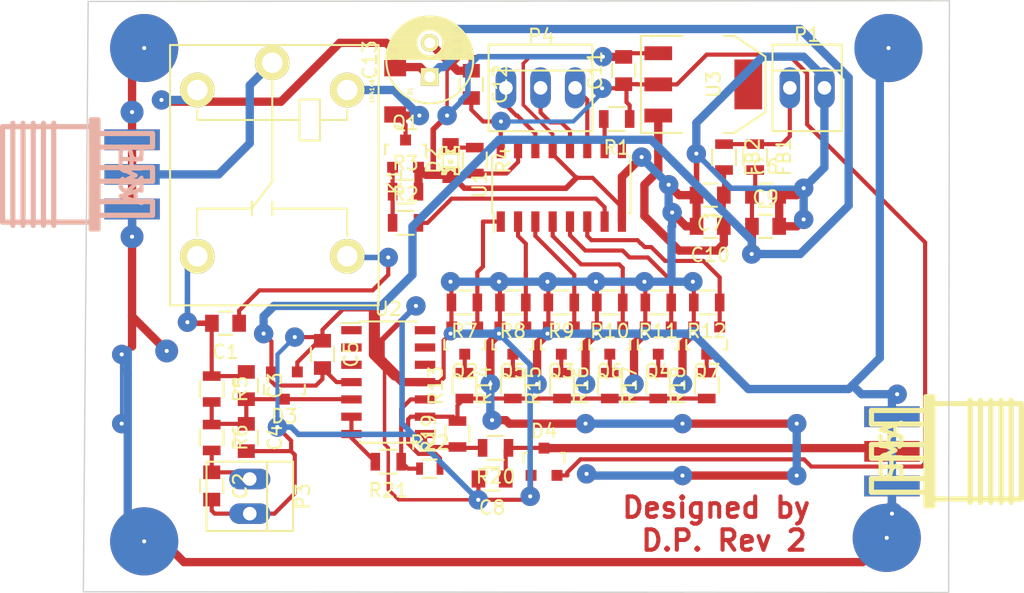
<source format=kicad_pcb>
(kicad_pcb (version 20171130) (host pcbnew "(5.1.12)-1")

  (general
    (thickness 1.6)
    (drawings 5)
    (tracks 545)
    (zones 0)
    (modules 57)
    (nets 37)
  )

  (page A4)
  (layers
    (0 F.Cu signal)
    (31 B.Cu signal)
    (32 B.Adhes user hide)
    (33 F.Adhes user hide)
    (34 B.Paste user hide)
    (35 F.Paste user hide)
    (36 B.SilkS user hide)
    (37 F.SilkS user hide)
    (38 B.Mask user hide)
    (39 F.Mask user hide)
    (40 Dwgs.User user hide)
    (41 Cmts.User user hide)
    (42 Eco1.User user hide)
    (43 Eco2.User user hide)
    (44 Edge.Cuts user)
    (45 Margin user hide)
    (46 B.CrtYd user hide)
    (47 F.CrtYd user hide)
    (48 B.Fab user hide)
    (49 F.Fab user hide)
  )

  (setup
    (last_trace_width 0.3048)
    (user_trace_width 0.254)
    (user_trace_width 0.3048)
    (user_trace_width 0.4064)
    (user_trace_width 0.6096)
    (user_trace_width 0.8128)
    (trace_clearance 0.2032)
    (zone_clearance 0.508)
    (zone_45_only no)
    (trace_min 0.254)
    (via_size 1.4224)
    (via_drill 0.3)
    (via_min_size 1.016)
    (via_min_drill 0.3)
    (user_via 1.016 0.3)
    (user_via 1.4224 0.3)
    (user_via 1.6764 0.3)
    (user_via 5 0.3)
    (uvia_size 1.016)
    (uvia_drill 0.3)
    (uvias_allowed no)
    (uvia_min_size 0)
    (uvia_min_drill 0)
    (edge_width 0.1)
    (segment_width 0.2)
    (pcb_text_width 0.3)
    (pcb_text_size 1.5 1.5)
    (mod_edge_width 0.15)
    (mod_text_size 1 1)
    (mod_text_width 0.15)
    (pad_size 2.54 2.54)
    (pad_drill 1.5)
    (pad_to_mask_clearance 0)
    (aux_axis_origin 0 0)
    (visible_elements 7FFFFFFF)
    (pcbplotparams
      (layerselection 0x00000_80000000)
      (usegerberextensions false)
      (usegerberattributes true)
      (usegerberadvancedattributes true)
      (creategerberjobfile true)
      (excludeedgelayer true)
      (linewidth 0.050000)
      (plotframeref false)
      (viasonmask false)
      (mode 1)
      (useauxorigin false)
      (hpglpennumber 1)
      (hpglpenspeed 20)
      (hpglpendiameter 15.000000)
      (psnegative false)
      (psa4output false)
      (plotreference true)
      (plotvalue true)
      (plotinvisibletext false)
      (padsonsilk false)
      (subtractmaskfromsilk false)
      (outputformat 5)
      (mirror false)
      (drillshape 1)
      (scaleselection 1)
      (outputdirectory "PCB"))
  )

  (net 0 "")
  (net 1 "Net-(C1-Pad1)")
  (net 2 "Net-(C1-Pad2)")
  (net 3 /DAC_Offset)
  (net 4 GND)
  (net 5 "Net-(C3-Pad2)")
  (net 6 /5V)
  (net 7 "Net-(C10-Pad1)")
  (net 8 /V_IN)
  (net 9 VCC)
  (net 10 "Net-(D1-Pad2)")
  (net 11 "Net-(D2-Pad2)")
  (net 12 /5V_IN)
  (net 13 "Net-(K1-Pad3)")
  (net 14 /SR_SER)
  (net 15 /SR_SRCLK)
  (net 16 /SR_RCLK)
  (net 17 "Net-(Q1-Pad1)")
  (net 18 "Net-(Q2-Pad1)")
  (net 19 "Net-(Q2-Pad3)")
  (net 20 "Net-(Q3-Pad1)")
  (net 21 "Net-(Q3-Pad3)")
  (net 22 "Net-(Q4-Pad1)")
  (net 23 "Net-(Q4-Pad3)")
  (net 24 "Net-(Q5-Pad1)")
  (net 25 "Net-(Q5-Pad3)")
  (net 26 "Net-(Q6-Pad1)")
  (net 27 "Net-(Q6-Pad3)")
  (net 28 "Net-(Q7-Pad1)")
  (net 29 "Net-(Q7-Pad3)")
  (net 30 "Net-(R1-Pad2)")
  (net 31 /AC/DC)
  (net 32 "Net-(R4-Pad2)")
  (net 33 "Net-(R13-Pad1)")
  (net 34 "Net-(R19-Pad1)")
  (net 35 "Net-(R21-Pad1)")
  (net 36 "Net-(R21-Pad2)")

  (net_class Default "This is the default net class."
    (clearance 0.2032)
    (trace_width 0.3048)
    (via_dia 1.4224)
    (via_drill 0.3)
    (uvia_dia 1.016)
    (uvia_drill 0.3)
    (add_net /5V)
    (add_net /5V_IN)
    (add_net /AC/DC)
    (add_net /DAC_Offset)
    (add_net /SR_RCLK)
    (add_net /SR_SER)
    (add_net /SR_SRCLK)
    (add_net /V_IN)
    (add_net GND)
    (add_net "Net-(C1-Pad1)")
    (add_net "Net-(C1-Pad2)")
    (add_net "Net-(C10-Pad1)")
    (add_net "Net-(C3-Pad2)")
    (add_net "Net-(D1-Pad2)")
    (add_net "Net-(D2-Pad2)")
    (add_net "Net-(K1-Pad3)")
    (add_net "Net-(Q1-Pad1)")
    (add_net "Net-(Q2-Pad1)")
    (add_net "Net-(Q2-Pad3)")
    (add_net "Net-(Q3-Pad1)")
    (add_net "Net-(Q3-Pad3)")
    (add_net "Net-(Q4-Pad1)")
    (add_net "Net-(Q4-Pad3)")
    (add_net "Net-(Q5-Pad1)")
    (add_net "Net-(Q5-Pad3)")
    (add_net "Net-(Q6-Pad1)")
    (add_net "Net-(Q6-Pad3)")
    (add_net "Net-(Q7-Pad1)")
    (add_net "Net-(Q7-Pad3)")
    (add_net "Net-(R1-Pad2)")
    (add_net "Net-(R13-Pad1)")
    (add_net "Net-(R19-Pad1)")
    (add_net "Net-(R21-Pad1)")
    (add_net "Net-(R21-Pad2)")
    (add_net "Net-(R4-Pad2)")
    (add_net VCC)
  )

  (module myLib:C_0805 (layer F.Cu) (tedit 5415D6EA) (tstamp 566B4BF8)
    (at 157.734 95.758 180)
    (descr "Capacitor SMD 0805, reflow soldering, AVX (see smccp.pdf)")
    (tags "capacitor 0805")
    (path /55DA2B59)
    (attr smd)
    (fp_text reference C1 (at 0 -2.1 180) (layer F.SilkS)
      (effects (font (size 1 1) (thickness 0.15)))
    )
    (fp_text value 100n (at 0 2.1 180) (layer F.Fab)
      (effects (font (size 1 1) (thickness 0.15)))
    )
    (fp_line (start -1.8 -1) (end 1.8 -1) (layer F.CrtYd) (width 0.05))
    (fp_line (start -1.8 1) (end 1.8 1) (layer F.CrtYd) (width 0.05))
    (fp_line (start -1.8 -1) (end -1.8 1) (layer F.CrtYd) (width 0.05))
    (fp_line (start 1.8 -1) (end 1.8 1) (layer F.CrtYd) (width 0.05))
    (fp_line (start 0.5 -0.85) (end -0.5 -0.85) (layer F.SilkS) (width 0.15))
    (fp_line (start -0.5 0.85) (end 0.5 0.85) (layer F.SilkS) (width 0.15))
    (pad 1 smd rect (at -1 0 180) (size 1 1.25) (layers F.Cu F.Paste F.Mask)
      (net 1 "Net-(C1-Pad1)"))
    (pad 2 smd rect (at 1 0 180) (size 1 1.25) (layers F.Cu F.Paste F.Mask)
      (net 2 "Net-(C1-Pad2)"))
    (model Capacitors_SMD.3dshapes/C_0805.wrl
      (at (xyz 0 0 0))
      (scale (xyz 1 1 1))
      (rotate (xyz 0 0 0))
    )
  )

  (module myLib:C_0805 (layer F.Cu) (tedit 5415D6EA) (tstamp 566B4BFE)
    (at 156.718 107.696 270)
    (descr "Capacitor SMD 0805, reflow soldering, AVX (see smccp.pdf)")
    (tags "capacitor 0805")
    (path /55D6E050)
    (attr smd)
    (fp_text reference C2 (at 0 -2.1 270) (layer F.SilkS)
      (effects (font (size 1 1) (thickness 0.15)))
    )
    (fp_text value 100n (at 0 2.1 270) (layer F.Fab)
      (effects (font (size 1 1) (thickness 0.15)))
    )
    (fp_line (start -1.8 -1) (end 1.8 -1) (layer F.CrtYd) (width 0.05))
    (fp_line (start -1.8 1) (end 1.8 1) (layer F.CrtYd) (width 0.05))
    (fp_line (start -1.8 -1) (end -1.8 1) (layer F.CrtYd) (width 0.05))
    (fp_line (start 1.8 -1) (end 1.8 1) (layer F.CrtYd) (width 0.05))
    (fp_line (start 0.5 -0.85) (end -0.5 -0.85) (layer F.SilkS) (width 0.15))
    (fp_line (start -0.5 0.85) (end 0.5 0.85) (layer F.SilkS) (width 0.15))
    (pad 1 smd rect (at -1 0 270) (size 1 1.25) (layers F.Cu F.Paste F.Mask)
      (net 3 /DAC_Offset))
    (pad 2 smd rect (at 1 0 270) (size 1 1.25) (layers F.Cu F.Paste F.Mask)
      (net 4 GND))
    (model Capacitors_SMD.3dshapes/C_0805.wrl
      (at (xyz 0 0 0))
      (scale (xyz 1 1 1))
      (rotate (xyz 0 0 0))
    )
  )

  (module myLib:C_0805 (layer F.Cu) (tedit 5415D6EA) (tstamp 566B4C04)
    (at 159.258 100.33 270)
    (descr "Capacitor SMD 0805, reflow soldering, AVX (see smccp.pdf)")
    (tags "capacitor 0805")
    (path /55D6E078)
    (attr smd)
    (fp_text reference C3 (at 0 -2.1 270) (layer F.SilkS)
      (effects (font (size 1 1) (thickness 0.15)))
    )
    (fp_text value 12pF (at 0 2.1 270) (layer F.Fab)
      (effects (font (size 1 1) (thickness 0.15)))
    )
    (fp_line (start -1.8 -1) (end 1.8 -1) (layer F.CrtYd) (width 0.05))
    (fp_line (start -1.8 1) (end 1.8 1) (layer F.CrtYd) (width 0.05))
    (fp_line (start -1.8 -1) (end -1.8 1) (layer F.CrtYd) (width 0.05))
    (fp_line (start 1.8 -1) (end 1.8 1) (layer F.CrtYd) (width 0.05))
    (fp_line (start 0.5 -0.85) (end -0.5 -0.85) (layer F.SilkS) (width 0.15))
    (fp_line (start -0.5 0.85) (end 0.5 0.85) (layer F.SilkS) (width 0.15))
    (pad 1 smd rect (at -1 0 270) (size 1 1.25) (layers F.Cu F.Paste F.Mask)
      (net 2 "Net-(C1-Pad2)"))
    (pad 2 smd rect (at 1 0 270) (size 1 1.25) (layers F.Cu F.Paste F.Mask)
      (net 5 "Net-(C3-Pad2)"))
    (model Capacitors_SMD.3dshapes/C_0805.wrl
      (at (xyz 0 0 0))
      (scale (xyz 1 1 1))
      (rotate (xyz 0 0 0))
    )
  )

  (module myLib:C_0805 (layer F.Cu) (tedit 5415D6EA) (tstamp 566B4C0A)
    (at 159.258 104.14 270)
    (descr "Capacitor SMD 0805, reflow soldering, AVX (see smccp.pdf)")
    (tags "capacitor 0805")
    (path /55D6E071)
    (attr smd)
    (fp_text reference C4 (at 0 -2.1 270) (layer F.SilkS)
      (effects (font (size 1 1) (thickness 0.15)))
    )
    (fp_text value 47pF (at 0 2.1 270) (layer F.Fab)
      (effects (font (size 1 1) (thickness 0.15)))
    )
    (fp_line (start -1.8 -1) (end 1.8 -1) (layer F.CrtYd) (width 0.05))
    (fp_line (start -1.8 1) (end 1.8 1) (layer F.CrtYd) (width 0.05))
    (fp_line (start -1.8 -1) (end -1.8 1) (layer F.CrtYd) (width 0.05))
    (fp_line (start 1.8 -1) (end 1.8 1) (layer F.CrtYd) (width 0.05))
    (fp_line (start 0.5 -0.85) (end -0.5 -0.85) (layer F.SilkS) (width 0.15))
    (fp_line (start -0.5 0.85) (end 0.5 0.85) (layer F.SilkS) (width 0.15))
    (pad 1 smd rect (at -1 0 270) (size 1 1.25) (layers F.Cu F.Paste F.Mask)
      (net 5 "Net-(C3-Pad2)"))
    (pad 2 smd rect (at 1 0 270) (size 1 1.25) (layers F.Cu F.Paste F.Mask)
      (net 4 GND))
    (model Capacitors_SMD.3dshapes/C_0805.wrl
      (at (xyz 0 0 0))
      (scale (xyz 1 1 1))
      (rotate (xyz 0 0 0))
    )
  )

  (module myLib:C_0805 (layer F.Cu) (tedit 5415D6EA) (tstamp 566B4C10)
    (at 164.846 98.044 270)
    (descr "Capacitor SMD 0805, reflow soldering, AVX (see smccp.pdf)")
    (tags "capacitor 0805")
    (path /55D6E130)
    (attr smd)
    (fp_text reference C5 (at 0 -2.1 270) (layer F.SilkS)
      (effects (font (size 1 1) (thickness 0.15)))
    )
    (fp_text value 100n (at 0 2.1 270) (layer F.Fab)
      (effects (font (size 1 1) (thickness 0.15)))
    )
    (fp_line (start -1.8 -1) (end 1.8 -1) (layer F.CrtYd) (width 0.05))
    (fp_line (start -1.8 1) (end 1.8 1) (layer F.CrtYd) (width 0.05))
    (fp_line (start -1.8 -1) (end -1.8 1) (layer F.CrtYd) (width 0.05))
    (fp_line (start 1.8 -1) (end 1.8 1) (layer F.CrtYd) (width 0.05))
    (fp_line (start 0.5 -0.85) (end -0.5 -0.85) (layer F.SilkS) (width 0.15))
    (fp_line (start -0.5 0.85) (end 0.5 0.85) (layer F.SilkS) (width 0.15))
    (pad 1 smd rect (at -1 0 270) (size 1 1.25) (layers F.Cu F.Paste F.Mask)
      (net 4 GND))
    (pad 2 smd rect (at 1 0 270) (size 1 1.25) (layers F.Cu F.Paste F.Mask)
      (net 6 /5V))
    (model Capacitors_SMD.3dshapes/C_0805.wrl
      (at (xyz 0 0 0))
      (scale (xyz 1 1 1))
      (rotate (xyz 0 0 0))
    )
  )

  (module myLib:C_0805 (layer F.Cu) (tedit 5415D6EA) (tstamp 566B4C16)
    (at 197.358 86.36)
    (descr "Capacitor SMD 0805, reflow soldering, AVX (see smccp.pdf)")
    (tags "capacitor 0805")
    (path /566BE657)
    (attr smd)
    (fp_text reference C6 (at 0 -2.1) (layer F.SilkS)
      (effects (font (size 1 1) (thickness 0.15)))
    )
    (fp_text value 100n (at 0 2.1) (layer F.Fab)
      (effects (font (size 1 1) (thickness 0.15)))
    )
    (fp_line (start -1.8 -1) (end 1.8 -1) (layer F.CrtYd) (width 0.05))
    (fp_line (start -1.8 1) (end 1.8 1) (layer F.CrtYd) (width 0.05))
    (fp_line (start -1.8 -1) (end -1.8 1) (layer F.CrtYd) (width 0.05))
    (fp_line (start 1.8 -1) (end 1.8 1) (layer F.CrtYd) (width 0.05))
    (fp_line (start 0.5 -0.85) (end -0.5 -0.85) (layer F.SilkS) (width 0.15))
    (fp_line (start -0.5 0.85) (end 0.5 0.85) (layer F.SilkS) (width 0.15))
    (pad 1 smd rect (at -1 0) (size 1 1.25) (layers F.Cu F.Paste F.Mask)
      (net 6 /5V))
    (pad 2 smd rect (at 1 0) (size 1 1.25) (layers F.Cu F.Paste F.Mask)
      (net 4 GND))
    (model Capacitors_SMD.3dshapes/C_0805.wrl
      (at (xyz 0 0 0))
      (scale (xyz 1 1 1))
      (rotate (xyz 0 0 0))
    )
  )

  (module myLib:C_0805 (layer F.Cu) (tedit 5415D6EA) (tstamp 566B4C1C)
    (at 193.294 86.36 180)
    (descr "Capacitor SMD 0805, reflow soldering, AVX (see smccp.pdf)")
    (tags "capacitor 0805")
    (path /566BDBAE)
    (attr smd)
    (fp_text reference C7 (at 0 -2.1 180) (layer F.SilkS)
      (effects (font (size 1 1) (thickness 0.15)))
    )
    (fp_text value 100n (at 0 2.1 180) (layer F.Fab)
      (effects (font (size 1 1) (thickness 0.15)))
    )
    (fp_line (start -1.8 -1) (end 1.8 -1) (layer F.CrtYd) (width 0.05))
    (fp_line (start -1.8 1) (end 1.8 1) (layer F.CrtYd) (width 0.05))
    (fp_line (start -1.8 -1) (end -1.8 1) (layer F.CrtYd) (width 0.05))
    (fp_line (start 1.8 -1) (end 1.8 1) (layer F.CrtYd) (width 0.05))
    (fp_line (start 0.5 -0.85) (end -0.5 -0.85) (layer F.SilkS) (width 0.15))
    (fp_line (start -0.5 0.85) (end 0.5 0.85) (layer F.SilkS) (width 0.15))
    (pad 1 smd rect (at -1 0 180) (size 1 1.25) (layers F.Cu F.Paste F.Mask)
      (net 7 "Net-(C10-Pad1)"))
    (pad 2 smd rect (at 1 0 180) (size 1 1.25) (layers F.Cu F.Paste F.Mask)
      (net 4 GND))
    (model Capacitors_SMD.3dshapes/C_0805.wrl
      (at (xyz 0 0 0))
      (scale (xyz 1 1 1))
      (rotate (xyz 0 0 0))
    )
  )

  (module myLib:C_0805 (layer F.Cu) (tedit 5415D6EA) (tstamp 566B4C22)
    (at 177.292 107.188 180)
    (descr "Capacitor SMD 0805, reflow soldering, AVX (see smccp.pdf)")
    (tags "capacitor 0805")
    (path /55D6E057)
    (attr smd)
    (fp_text reference C8 (at 0 -2.1 180) (layer F.SilkS)
      (effects (font (size 1 1) (thickness 0.15)))
    )
    (fp_text value 10p (at 0 2.1 180) (layer F.Fab)
      (effects (font (size 1 1) (thickness 0.15)))
    )
    (fp_line (start -1.8 -1) (end 1.8 -1) (layer F.CrtYd) (width 0.05))
    (fp_line (start -1.8 1) (end 1.8 1) (layer F.CrtYd) (width 0.05))
    (fp_line (start -1.8 -1) (end -1.8 1) (layer F.CrtYd) (width 0.05))
    (fp_line (start 1.8 -1) (end 1.8 1) (layer F.CrtYd) (width 0.05))
    (fp_line (start 0.5 -0.85) (end -0.5 -0.85) (layer F.SilkS) (width 0.15))
    (fp_line (start -0.5 0.85) (end 0.5 0.85) (layer F.SilkS) (width 0.15))
    (pad 1 smd rect (at -1 0 180) (size 1 1.25) (layers F.Cu F.Paste F.Mask)
      (net 8 /V_IN))
    (pad 2 smd rect (at 1 0 180) (size 1 1.25) (layers F.Cu F.Paste F.Mask)
      (net 4 GND))
    (model Capacitors_SMD.3dshapes/C_0805.wrl
      (at (xyz 0 0 0))
      (scale (xyz 1 1 1))
      (rotate (xyz 0 0 0))
    )
  )

  (module myLib:C_0805 (layer F.Cu) (tedit 5415D6EA) (tstamp 566B4C28)
    (at 197.358 88.646)
    (descr "Capacitor SMD 0805, reflow soldering, AVX (see smccp.pdf)")
    (tags "capacitor 0805")
    (path /566BE65D)
    (attr smd)
    (fp_text reference C9 (at 0 -2.1) (layer F.SilkS)
      (effects (font (size 1 1) (thickness 0.15)))
    )
    (fp_text value 10u (at 0 2.1) (layer F.Fab)
      (effects (font (size 1 1) (thickness 0.15)))
    )
    (fp_line (start -1.8 -1) (end 1.8 -1) (layer F.CrtYd) (width 0.05))
    (fp_line (start -1.8 1) (end 1.8 1) (layer F.CrtYd) (width 0.05))
    (fp_line (start -1.8 -1) (end -1.8 1) (layer F.CrtYd) (width 0.05))
    (fp_line (start 1.8 -1) (end 1.8 1) (layer F.CrtYd) (width 0.05))
    (fp_line (start 0.5 -0.85) (end -0.5 -0.85) (layer F.SilkS) (width 0.15))
    (fp_line (start -0.5 0.85) (end 0.5 0.85) (layer F.SilkS) (width 0.15))
    (pad 1 smd rect (at -1 0) (size 1 1.25) (layers F.Cu F.Paste F.Mask)
      (net 6 /5V))
    (pad 2 smd rect (at 1 0) (size 1 1.25) (layers F.Cu F.Paste F.Mask)
      (net 4 GND))
    (model Capacitors_SMD.3dshapes/C_0805.wrl
      (at (xyz 0 0 0))
      (scale (xyz 1 1 1))
      (rotate (xyz 0 0 0))
    )
  )

  (module myLib:C_0805 (layer F.Cu) (tedit 5415D6EA) (tstamp 566B4C2E)
    (at 193.294 88.646 180)
    (descr "Capacitor SMD 0805, reflow soldering, AVX (see smccp.pdf)")
    (tags "capacitor 0805")
    (path /566BDCC1)
    (attr smd)
    (fp_text reference C10 (at 0 -2.1 180) (layer F.SilkS)
      (effects (font (size 1 1) (thickness 0.15)))
    )
    (fp_text value 10u (at 0 2.1 180) (layer F.Fab)
      (effects (font (size 1 1) (thickness 0.15)))
    )
    (fp_line (start -1.8 -1) (end 1.8 -1) (layer F.CrtYd) (width 0.05))
    (fp_line (start -1.8 1) (end 1.8 1) (layer F.CrtYd) (width 0.05))
    (fp_line (start -1.8 -1) (end -1.8 1) (layer F.CrtYd) (width 0.05))
    (fp_line (start 1.8 -1) (end 1.8 1) (layer F.CrtYd) (width 0.05))
    (fp_line (start 0.5 -0.85) (end -0.5 -0.85) (layer F.SilkS) (width 0.15))
    (fp_line (start -0.5 0.85) (end 0.5 0.85) (layer F.SilkS) (width 0.15))
    (pad 1 smd rect (at -1 0 180) (size 1 1.25) (layers F.Cu F.Paste F.Mask)
      (net 7 "Net-(C10-Pad1)"))
    (pad 2 smd rect (at 1 0 180) (size 1 1.25) (layers F.Cu F.Paste F.Mask)
      (net 4 GND))
    (model Capacitors_SMD.3dshapes/C_0805.wrl
      (at (xyz 0 0 0))
      (scale (xyz 1 1 1))
      (rotate (xyz 0 0 0))
    )
  )

  (module myLib:C_0805 (layer F.Cu) (tedit 5415D6EA) (tstamp 566B4C34)
    (at 186.944 77.216 90)
    (descr "Capacitor SMD 0805, reflow soldering, AVX (see smccp.pdf)")
    (tags "capacitor 0805")
    (path /566BDD63)
    (attr smd)
    (fp_text reference C11 (at 0 -2.1 90) (layer F.SilkS)
      (effects (font (size 1 1) (thickness 0.15)))
    )
    (fp_text value 10u (at 0 2.1 90) (layer F.Fab)
      (effects (font (size 1 1) (thickness 0.15)))
    )
    (fp_line (start -1.8 -1) (end 1.8 -1) (layer F.CrtYd) (width 0.05))
    (fp_line (start -1.8 1) (end 1.8 1) (layer F.CrtYd) (width 0.05))
    (fp_line (start -1.8 -1) (end -1.8 1) (layer F.CrtYd) (width 0.05))
    (fp_line (start 1.8 -1) (end 1.8 1) (layer F.CrtYd) (width 0.05))
    (fp_line (start 0.5 -0.85) (end -0.5 -0.85) (layer F.SilkS) (width 0.15))
    (fp_line (start -0.5 0.85) (end 0.5 0.85) (layer F.SilkS) (width 0.15))
    (pad 1 smd rect (at -1 0 90) (size 1 1.25) (layers F.Cu F.Paste F.Mask)
      (net 9 VCC))
    (pad 2 smd rect (at 1 0 90) (size 1 1.25) (layers F.Cu F.Paste F.Mask)
      (net 4 GND))
    (model Capacitors_SMD.3dshapes/C_0805.wrl
      (at (xyz 0 0 0))
      (scale (xyz 1 1 1))
      (rotate (xyz 0 0 0))
    )
  )

  (module myLib:MiniMelf (layer F.Cu) (tedit 53FB09B6) (tstamp 566B4C3A)
    (at 170.18 78.74 90)
    (tags Diode)
    (path /55DA28EE)
    (fp_text reference D1 (at 0 1.09982 90) (layer F.SilkS)
      (effects (font (size 0.29972 0.29972) (thickness 0.0762)))
    )
    (fp_text value 1N4148 (at 0 -1.69926 90) (layer F.SilkS)
      (effects (font (size 0.29972 0.29972) (thickness 0.0762)))
    )
    (fp_line (start -0.8001 -0.89916) (end -0.8001 0.8001) (layer F.SilkS) (width 0.001))
    (fp_line (start -0.50038 -0.89916) (end -0.50038 0.8001) (layer F.SilkS) (width 0.001))
    (fp_line (start -2.4003 -0.89916) (end 2.4003 -0.89916) (layer F.SilkS) (width 0.001))
    (fp_line (start 2.4003 -0.89916) (end 2.4003 0.89916) (layer F.SilkS) (width 0.001))
    (fp_line (start 2.4003 0.89916) (end -2.4003 0.89916) (layer F.SilkS) (width 0.001))
    (fp_line (start -2.4003 0.89916) (end -2.4003 -0.89916) (layer F.SilkS) (width 0.001))
    (pad 2 smd rect (at -1.69926 0 90) (size 1.19888 1.6002) (layers F.Cu F.Paste F.Mask)
      (net 10 "Net-(D1-Pad2)"))
    (pad 1 smd rect (at 1.69926 0 90) (size 1.19888 1.6002) (layers F.Cu F.Paste F.Mask)
      (net 6 /5V))
  )

  (module myLib:LED-0805 (layer F.Cu) (tedit 5538B1C2) (tstamp 566B4C40)
    (at 174.244 83.82 90)
    (descr "LED 0805 smd package")
    (tags "LED 0805 SMD")
    (path /566B536E)
    (attr smd)
    (fp_text reference D2 (at 0 -1.27 90) (layer F.SilkS)
      (effects (font (size 1 1) (thickness 0.15)))
    )
    (fp_text value LED (at 0 1.27 90) (layer F.Fab)
      (effects (font (size 1 1) (thickness 0.15)))
    )
    (fp_line (start -0.49784 0.29972) (end -0.49784 0.62484) (layer F.SilkS) (width 0.15))
    (fp_line (start -0.49784 0.62484) (end -0.99822 0.62484) (layer F.SilkS) (width 0.15))
    (fp_line (start -0.99822 0.29972) (end -0.99822 0.62484) (layer F.SilkS) (width 0.15))
    (fp_line (start -0.49784 0.29972) (end -0.99822 0.29972) (layer F.SilkS) (width 0.15))
    (fp_line (start -0.49784 -0.32258) (end -0.49784 -0.17272) (layer F.SilkS) (width 0.15))
    (fp_line (start -0.49784 -0.17272) (end -0.7493 -0.17272) (layer F.SilkS) (width 0.15))
    (fp_line (start -0.7493 -0.32258) (end -0.7493 -0.17272) (layer F.SilkS) (width 0.15))
    (fp_line (start -0.49784 -0.32258) (end -0.7493 -0.32258) (layer F.SilkS) (width 0.15))
    (fp_line (start -0.49784 0.17272) (end -0.49784 0.32258) (layer F.SilkS) (width 0.15))
    (fp_line (start -0.49784 0.32258) (end -0.7493 0.32258) (layer F.SilkS) (width 0.15))
    (fp_line (start -0.7493 0.17272) (end -0.7493 0.32258) (layer F.SilkS) (width 0.15))
    (fp_line (start -0.49784 0.17272) (end -0.7493 0.17272) (layer F.SilkS) (width 0.15))
    (fp_line (start -0.49784 -0.19812) (end -0.49784 0.19812) (layer F.SilkS) (width 0.15))
    (fp_line (start -0.49784 0.19812) (end -0.6731 0.19812) (layer F.SilkS) (width 0.15))
    (fp_line (start -0.6731 -0.19812) (end -0.6731 0.19812) (layer F.SilkS) (width 0.15))
    (fp_line (start -0.49784 -0.19812) (end -0.6731 -0.19812) (layer F.SilkS) (width 0.15))
    (fp_line (start 0.99822 0.29972) (end 0.99822 0.62484) (layer F.SilkS) (width 0.15))
    (fp_line (start 0.99822 0.62484) (end 0.49784 0.62484) (layer F.SilkS) (width 0.15))
    (fp_line (start 0.49784 0.29972) (end 0.49784 0.62484) (layer F.SilkS) (width 0.15))
    (fp_line (start 0.99822 0.29972) (end 0.49784 0.29972) (layer F.SilkS) (width 0.15))
    (fp_line (start 0.99822 -0.62484) (end 0.99822 -0.29972) (layer F.SilkS) (width 0.15))
    (fp_line (start 0.99822 -0.29972) (end 0.49784 -0.29972) (layer F.SilkS) (width 0.15))
    (fp_line (start 0.49784 -0.62484) (end 0.49784 -0.29972) (layer F.SilkS) (width 0.15))
    (fp_line (start 0.99822 -0.62484) (end 0.49784 -0.62484) (layer F.SilkS) (width 0.15))
    (fp_line (start 0.7493 0.17272) (end 0.7493 0.32258) (layer F.SilkS) (width 0.15))
    (fp_line (start 0.7493 0.32258) (end 0.49784 0.32258) (layer F.SilkS) (width 0.15))
    (fp_line (start 0.49784 0.17272) (end 0.49784 0.32258) (layer F.SilkS) (width 0.15))
    (fp_line (start 0.7493 0.17272) (end 0.49784 0.17272) (layer F.SilkS) (width 0.15))
    (fp_line (start 0.7493 -0.32258) (end 0.7493 -0.17272) (layer F.SilkS) (width 0.15))
    (fp_line (start 0.7493 -0.17272) (end 0.49784 -0.17272) (layer F.SilkS) (width 0.15))
    (fp_line (start 0.49784 -0.32258) (end 0.49784 -0.17272) (layer F.SilkS) (width 0.15))
    (fp_line (start 0.7493 -0.32258) (end 0.49784 -0.32258) (layer F.SilkS) (width 0.15))
    (fp_line (start 0.6731 -0.19812) (end 0.6731 0.19812) (layer F.SilkS) (width 0.15))
    (fp_line (start 0.6731 0.19812) (end 0.49784 0.19812) (layer F.SilkS) (width 0.15))
    (fp_line (start 0.49784 -0.19812) (end 0.49784 0.19812) (layer F.SilkS) (width 0.15))
    (fp_line (start 0.6731 -0.19812) (end 0.49784 -0.19812) (layer F.SilkS) (width 0.15))
    (fp_line (start 0 -0.09906) (end 0 0.09906) (layer F.SilkS) (width 0.15))
    (fp_line (start 0 0.09906) (end -0.19812 0.09906) (layer F.SilkS) (width 0.15))
    (fp_line (start -0.19812 -0.09906) (end -0.19812 0.09906) (layer F.SilkS) (width 0.15))
    (fp_line (start 0 -0.09906) (end -0.19812 -0.09906) (layer F.SilkS) (width 0.15))
    (fp_line (start -0.49784 -0.59944) (end -0.49784 -0.29972) (layer F.SilkS) (width 0.15))
    (fp_line (start -0.49784 -0.29972) (end -0.79756 -0.29972) (layer F.SilkS) (width 0.15))
    (fp_line (start -0.79756 -0.59944) (end -0.79756 -0.29972) (layer F.SilkS) (width 0.15))
    (fp_line (start -0.49784 -0.59944) (end -0.79756 -0.59944) (layer F.SilkS) (width 0.15))
    (fp_line (start -0.92456 -0.62484) (end -0.92456 -0.39878) (layer F.SilkS) (width 0.15))
    (fp_line (start -0.92456 -0.39878) (end -0.99822 -0.39878) (layer F.SilkS) (width 0.15))
    (fp_line (start -0.99822 -0.62484) (end -0.99822 -0.39878) (layer F.SilkS) (width 0.15))
    (fp_line (start -0.92456 -0.62484) (end -0.99822 -0.62484) (layer F.SilkS) (width 0.15))
    (fp_line (start -0.52324 0.57404) (end 0.52324 0.57404) (layer F.SilkS) (width 0.15))
    (fp_line (start 0.49784 -0.57404) (end -0.92456 -0.57404) (layer F.SilkS) (width 0.15))
    (fp_circle (center -0.84836 -0.44958) (end -0.89916 -0.50038) (layer F.SilkS) (width 0.15))
    (fp_arc (start -0.99822 0) (end -0.99822 0.34798) (angle -180) (layer F.SilkS) (width 0.15))
    (fp_arc (start 0.99822 0) (end 0.99822 -0.34798) (angle -180) (layer F.SilkS) (width 0.15))
    (pad 2 smd rect (at 1.04902 0 270) (size 1.19888 1.19888) (layers F.Cu F.Paste F.Mask)
      (net 11 "Net-(D2-Pad2)"))
    (pad 1 smd rect (at -1.04902 0 270) (size 1.19888 1.19888) (layers F.Cu F.Paste F.Mask)
      (net 4 GND))
  )

  (module myLib:SOT-23 (layer F.Cu) (tedit 553634F8) (tstamp 566B4C47)
    (at 162.052 100.33 180)
    (descr "SOT-23, Standard")
    (tags SOT-23)
    (path /55DF17ED)
    (attr smd)
    (fp_text reference D3 (at 0 -2.25 180) (layer F.SilkS)
      (effects (font (size 1 1) (thickness 0.15)))
    )
    (fp_text value BAT54S (at 0 2.3 180) (layer F.Fab)
      (effects (font (size 1 1) (thickness 0.15)))
    )
    (fp_line (start -1.65 -1.6) (end 1.65 -1.6) (layer F.CrtYd) (width 0.05))
    (fp_line (start 1.65 -1.6) (end 1.65 1.6) (layer F.CrtYd) (width 0.05))
    (fp_line (start 1.65 1.6) (end -1.65 1.6) (layer F.CrtYd) (width 0.05))
    (fp_line (start -1.65 1.6) (end -1.65 -1.6) (layer F.CrtYd) (width 0.05))
    (fp_line (start 1.29916 -0.65024) (end 1.2509 -0.65024) (layer F.SilkS) (width 0.15))
    (fp_line (start -1.49982 0.0508) (end -1.49982 -0.65024) (layer F.SilkS) (width 0.15))
    (fp_line (start -1.49982 -0.65024) (end -1.2509 -0.65024) (layer F.SilkS) (width 0.15))
    (fp_line (start 1.29916 -0.65024) (end 1.49982 -0.65024) (layer F.SilkS) (width 0.15))
    (fp_line (start 1.49982 -0.65024) (end 1.49982 0.0508) (layer F.SilkS) (width 0.15))
    (pad 1 smd rect (at -0.95 1.00076 180) (size 0.8001 0.8001) (layers F.Cu F.Paste F.Mask)
      (net 4 GND))
    (pad 2 smd rect (at 0.95 1.00076 180) (size 0.8001 0.8001) (layers F.Cu F.Paste F.Mask)
      (net 6 /5V))
    (pad 3 smd rect (at 0 -0.99822 180) (size 0.8001 0.8001) (layers F.Cu F.Paste F.Mask)
      (net 5 "Net-(C3-Pad2)"))
    (model Housings_SOT-23_SOT-143_TSOT-6.3dshapes/SOT-23.wrl
      (at (xyz 0 0 0))
      (scale (xyz 1 1 1))
      (rotate (xyz 0 0 0))
    )
  )

  (module myLib:SOT-23 (layer F.Cu) (tedit 553634F8) (tstamp 566B4C4E)
    (at 181.102 105.918)
    (descr "SOT-23, Standard")
    (tags SOT-23)
    (path /55DF2375)
    (attr smd)
    (fp_text reference D4 (at 0 -2.25) (layer F.SilkS)
      (effects (font (size 1 1) (thickness 0.15)))
    )
    (fp_text value BAT54S (at 0 2.3) (layer F.Fab)
      (effects (font (size 1 1) (thickness 0.15)))
    )
    (fp_line (start -1.65 -1.6) (end 1.65 -1.6) (layer F.CrtYd) (width 0.05))
    (fp_line (start 1.65 -1.6) (end 1.65 1.6) (layer F.CrtYd) (width 0.05))
    (fp_line (start 1.65 1.6) (end -1.65 1.6) (layer F.CrtYd) (width 0.05))
    (fp_line (start -1.65 1.6) (end -1.65 -1.6) (layer F.CrtYd) (width 0.05))
    (fp_line (start 1.29916 -0.65024) (end 1.2509 -0.65024) (layer F.SilkS) (width 0.15))
    (fp_line (start -1.49982 0.0508) (end -1.49982 -0.65024) (layer F.SilkS) (width 0.15))
    (fp_line (start -1.49982 -0.65024) (end -1.2509 -0.65024) (layer F.SilkS) (width 0.15))
    (fp_line (start 1.29916 -0.65024) (end 1.49982 -0.65024) (layer F.SilkS) (width 0.15))
    (fp_line (start 1.49982 -0.65024) (end 1.49982 0.0508) (layer F.SilkS) (width 0.15))
    (pad 1 smd rect (at -0.95 1.00076) (size 0.8001 0.8001) (layers F.Cu F.Paste F.Mask)
      (net 4 GND))
    (pad 2 smd rect (at 0.95 1.00076) (size 0.8001 0.8001) (layers F.Cu F.Paste F.Mask)
      (net 9 VCC))
    (pad 3 smd rect (at 0 -0.99822) (size 0.8001 0.8001) (layers F.Cu F.Paste F.Mask)
      (net 8 /V_IN))
    (model Housings_SOT-23_SOT-143_TSOT-6.3dshapes/SOT-23.wrl
      (at (xyz 0 0 0))
      (scale (xyz 1 1 1))
      (rotate (xyz 0 0 0))
    )
  )

  (module myLib:Ind_0805 (layer F.Cu) (tedit 5585984F) (tstamp 566B4C54)
    (at 196.596 83.566 270)
    (descr "Resistor SMD 0805, reflow soldering, Vishay (see dcrcw.pdf)")
    (tags "resistor 0805")
    (path /566BE651)
    (attr smd)
    (fp_text reference FB1 (at 0 -2.1 270) (layer F.SilkS)
      (effects (font (size 1 1) (thickness 0.15)))
    )
    (fp_text value MH2029-300Y (at 0 2.1 270) (layer F.Fab)
      (effects (font (size 1 1) (thickness 0.15)))
    )
    (fp_line (start -1.6 -1) (end 1.6 -1) (layer F.CrtYd) (width 0.05))
    (fp_line (start -1.6 1) (end 1.6 1) (layer F.CrtYd) (width 0.05))
    (fp_line (start -1.6 -1) (end -1.6 1) (layer F.CrtYd) (width 0.05))
    (fp_line (start 1.6 -1) (end 1.6 1) (layer F.CrtYd) (width 0.05))
    (fp_line (start 0.6 0.875) (end -0.6 0.875) (layer F.SilkS) (width 0.15))
    (fp_line (start -0.6 -0.875) (end 0.6 -0.875) (layer F.SilkS) (width 0.15))
    (pad 1 smd rect (at -0.95 0 270) (size 0.7 1.3) (layers F.Cu F.Paste F.Mask)
      (net 12 /5V_IN))
    (pad 2 smd rect (at 0.95 0 270) (size 0.7 1.3) (layers F.Cu F.Paste F.Mask)
      (net 6 /5V))
    (model Resistors_SMD.3dshapes/R_0805.wrl
      (at (xyz 0 0 0))
      (scale (xyz 1 1 1))
      (rotate (xyz 0 0 0))
    )
  )

  (module myLib:Ind_0805 (layer F.Cu) (tedit 5585984F) (tstamp 566B4C5A)
    (at 194.31 83.566 270)
    (descr "Resistor SMD 0805, reflow soldering, Vishay (see dcrcw.pdf)")
    (tags "resistor 0805")
    (path /566BD931)
    (attr smd)
    (fp_text reference FB2 (at 0 -2.1 270) (layer F.SilkS)
      (effects (font (size 1 1) (thickness 0.15)))
    )
    (fp_text value MH2029-300Y (at 0 2.1 270) (layer F.Fab)
      (effects (font (size 1 1) (thickness 0.15)))
    )
    (fp_line (start -1.6 -1) (end 1.6 -1) (layer F.CrtYd) (width 0.05))
    (fp_line (start -1.6 1) (end 1.6 1) (layer F.CrtYd) (width 0.05))
    (fp_line (start -1.6 -1) (end -1.6 1) (layer F.CrtYd) (width 0.05))
    (fp_line (start 1.6 -1) (end 1.6 1) (layer F.CrtYd) (width 0.05))
    (fp_line (start 0.6 0.875) (end -0.6 0.875) (layer F.SilkS) (width 0.15))
    (fp_line (start -0.6 -0.875) (end 0.6 -0.875) (layer F.SilkS) (width 0.15))
    (pad 1 smd rect (at -0.95 0 270) (size 0.7 1.3) (layers F.Cu F.Paste F.Mask)
      (net 12 /5V_IN))
    (pad 2 smd rect (at 0.95 0 270) (size 0.7 1.3) (layers F.Cu F.Paste F.Mask)
      (net 7 "Net-(C10-Pad1)"))
    (model Resistors_SMD.3dshapes/R_0805.wrl
      (at (xyz 0 0 0))
      (scale (xyz 1 1 1))
      (rotate (xyz 0 0 0))
    )
  )

  (module Connect:PINHEAD1-2 (layer F.Cu) (tedit 0) (tstamp 566B4C69)
    (at 200.406 78.486)
    (path /566BF1D0)
    (attr virtual)
    (fp_text reference P1 (at 0 -3.9) (layer F.SilkS)
      (effects (font (size 1 1) (thickness 0.15)))
    )
    (fp_text value Power (at 0 3.81) (layer F.Fab)
      (effects (font (size 1 1) (thickness 0.15)))
    )
    (fp_line (start 2.54 -1.27) (end -2.54 -1.27) (layer F.SilkS) (width 0.15))
    (fp_line (start 2.54 3.175) (end -2.54 3.175) (layer F.SilkS) (width 0.15))
    (fp_line (start -2.54 -3.175) (end 2.54 -3.175) (layer F.SilkS) (width 0.15))
    (fp_line (start -2.54 -3.175) (end -2.54 3.175) (layer F.SilkS) (width 0.15))
    (fp_line (start 2.54 -3.175) (end 2.54 3.175) (layer F.SilkS) (width 0.15))
    (pad 1 thru_hole oval (at -1.27 0) (size 1.50622 3.01498) (drill 0.99822) (layers *.Cu *.Mask)
      (net 12 /5V_IN))
    (pad 2 thru_hole oval (at 1.27 0) (size 1.50622 3.01498) (drill 0.99822) (layers *.Cu *.Mask)
      (net 4 GND))
  )

  (module myLib:CON-SMA-EDGE (layer B.Cu) (tedit 56706AB1) (tstamp 566B4C72)
    (at 150.876 84.836 90)
    (path /55DF4414)
    (fp_text reference P2 (at 0 0 90) (layer B.SilkS)
      (effects (font (size 1.524 1.524) (thickness 0.3048)) (justify mirror))
    )
    (fp_text value SMA (at 0 0 90) (layer B.SilkS)
      (effects (font (size 1.524 1.524) (thickness 0.3048)) (justify mirror))
    )
    (fp_line (start 3.74904 -8.7503) (end -3.74904 -8.7503) (layer B.SilkS) (width 0.381))
    (fp_line (start -3.74904 -8.001) (end 3.74904 -8.001) (layer B.SilkS) (width 0.381))
    (fp_line (start 3.74904 -7.24916) (end -3.74904 -7.24916) (layer B.SilkS) (width 0.381))
    (fp_line (start -3.74904 -5.75056) (end 3.74904 -5.75056) (layer B.SilkS) (width 0.381))
    (fp_line (start 3.74904 -6.49986) (end -3.74904 -6.49986) (layer B.SilkS) (width 0.381))
    (fp_line (start -3.50012 -9.4996) (end 3.50012 -9.4996) (layer B.SilkS) (width 0.381))
    (fp_line (start 3.50012 -9.4996) (end 3.50012 -8.99922) (layer B.SilkS) (width 0.381))
    (fp_line (start -4.0005 -2.99974) (end -4.0005 -2.49936) (layer B.SilkS) (width 0.381))
    (fp_line (start 4.0005 -2.99974) (end 4.0005 -2.49936) (layer B.SilkS) (width 0.381))
    (fp_line (start 4.0005 -2.75082) (end -4.0005 -2.75082) (layer B.SilkS) (width 0.381))
    (fp_line (start -4.0005 -2.99974) (end 4.0005 -2.99974) (layer B.SilkS) (width 0.381))
    (fp_line (start 1.99898 -2.49936) (end 1.99898 1.50114) (layer B.SilkS) (width 0.381))
    (fp_line (start 1.99898 1.50114) (end 2.99974 1.50114) (layer B.SilkS) (width 0.381))
    (fp_line (start 2.99974 1.50114) (end 2.99974 -2.49936) (layer B.SilkS) (width 0.381))
    (fp_line (start -0.50038 -2.49936) (end -0.50038 1.50114) (layer B.SilkS) (width 0.381))
    (fp_line (start -0.50038 1.50114) (end 0.50038 1.50114) (layer B.SilkS) (width 0.381))
    (fp_line (start 0.50038 1.50114) (end 0.50038 -2.49936) (layer B.SilkS) (width 0.381))
    (fp_line (start -2.99974 -2.49936) (end -2.99974 1.50114) (layer B.SilkS) (width 0.381))
    (fp_line (start -2.99974 1.50114) (end -1.99898 1.50114) (layer B.SilkS) (width 0.381))
    (fp_line (start -1.99898 1.50114) (end -1.99898 -2.49936) (layer B.SilkS) (width 0.381))
    (fp_line (start -3.50012 -9.4996) (end -3.50012 -2.49936) (layer B.SilkS) (width 0.381))
    (fp_line (start -4.0005 -2.49936) (end 4.0005 -2.49936) (layer B.SilkS) (width 0.381))
    (fp_line (start 3.50012 -2.49936) (end 3.50012 -8.99922) (layer B.SilkS) (width 0.381))
    (pad 1 smd rect (at 0 0 90) (size 1.524 4.064) (layers B.Cu B.Paste B.Mask)
      (net 13 "Net-(K1-Pad3)"))
    (pad 2 smd rect (at -2.54 0 90) (size 1.524 4.064) (layers B.Cu B.Paste B.Mask)
      (net 4 GND))
    (pad 4 smd rect (at 2.54 0 90) (size 1.524 4.064) (layers B.Cu B.Paste B.Mask))
    (pad 3 smd rect (at -2.54 0 90) (size 1.524 4.064) (layers F.Cu F.Paste F.Mask))
    (pad 5 smd rect (at 2.54 0 90) (size 1.524 4.064) (layers F.Cu F.Paste F.Mask))
  )

  (module Connect:PINHEAD1-2 (layer F.Cu) (tedit 0) (tstamp 566B4C78)
    (at 159.512 108.458 270)
    (path /566C0D9D)
    (attr virtual)
    (fp_text reference P3 (at 0 -3.9 270) (layer F.SilkS)
      (effects (font (size 1 1) (thickness 0.15)))
    )
    (fp_text value DAC_Offset (at 0 3.81 270) (layer F.Fab)
      (effects (font (size 1 1) (thickness 0.15)))
    )
    (fp_line (start 2.54 -1.27) (end -2.54 -1.27) (layer F.SilkS) (width 0.15))
    (fp_line (start 2.54 3.175) (end -2.54 3.175) (layer F.SilkS) (width 0.15))
    (fp_line (start -2.54 -3.175) (end 2.54 -3.175) (layer F.SilkS) (width 0.15))
    (fp_line (start -2.54 -3.175) (end -2.54 3.175) (layer F.SilkS) (width 0.15))
    (fp_line (start 2.54 -3.175) (end 2.54 3.175) (layer F.SilkS) (width 0.15))
    (pad 1 thru_hole oval (at -1.27 0 270) (size 1.50622 3.01498) (drill 0.99822) (layers *.Cu *.Mask)
      (net 3 /DAC_Offset))
    (pad 2 thru_hole oval (at 1.27 0 270) (size 1.50622 3.01498) (drill 0.99822) (layers *.Cu *.Mask)
      (net 4 GND))
  )

  (module Connect:PINHEAD1-3 (layer F.Cu) (tedit 0) (tstamp 566B4C7F)
    (at 180.848 78.486)
    (path /566C1F51)
    (attr virtual)
    (fp_text reference P4 (at 0.05 -3.8) (layer F.SilkS)
      (effects (font (size 1 1) (thickness 0.15)))
    )
    (fp_text value ShiftReg (at 0 3.81) (layer F.Fab)
      (effects (font (size 1 1) (thickness 0.15)))
    )
    (fp_line (start -3.81 -3.175) (end -3.81 3.175) (layer F.SilkS) (width 0.15))
    (fp_line (start 3.81 -3.175) (end 3.81 3.175) (layer F.SilkS) (width 0.15))
    (fp_line (start 3.81 -1.27) (end -3.81 -1.27) (layer F.SilkS) (width 0.15))
    (fp_line (start -3.81 -3.175) (end 3.81 -3.175) (layer F.SilkS) (width 0.15))
    (fp_line (start 3.81 3.175) (end -3.81 3.175) (layer F.SilkS) (width 0.15))
    (pad 1 thru_hole oval (at -2.54 0) (size 1.50622 3.01498) (drill 0.99822) (layers *.Cu *.Mask)
      (net 14 /SR_SER))
    (pad 2 thru_hole oval (at 0 0) (size 1.50622 3.01498) (drill 0.99822) (layers *.Cu *.Mask)
      (net 16 /SR_RCLK))
    (pad 3 thru_hole oval (at 2.54 0) (size 1.50622 3.01498) (drill 0.99822) (layers *.Cu *.Mask)
      (net 15 /SR_SRCLK))
  )

  (module myLib:CON-SMA-EDGE (layer F.Cu) (tedit 56706AC2) (tstamp 566B4C88)
    (at 206.629 105.156 90)
    (path /566BC5FB)
    (fp_text reference P5 (at 0 0 90) (layer F.SilkS)
      (effects (font (size 1.524 1.524) (thickness 0.3048)))
    )
    (fp_text value SMA (at 0 0 90) (layer F.SilkS)
      (effects (font (size 1.524 1.524) (thickness 0.3048)))
    )
    (fp_line (start 3.74904 8.7503) (end -3.74904 8.7503) (layer F.SilkS) (width 0.381))
    (fp_line (start -3.74904 8.001) (end 3.74904 8.001) (layer F.SilkS) (width 0.381))
    (fp_line (start 3.74904 7.24916) (end -3.74904 7.24916) (layer F.SilkS) (width 0.381))
    (fp_line (start -3.74904 5.75056) (end 3.74904 5.75056) (layer F.SilkS) (width 0.381))
    (fp_line (start 3.74904 6.49986) (end -3.74904 6.49986) (layer F.SilkS) (width 0.381))
    (fp_line (start -3.50012 9.4996) (end 3.50012 9.4996) (layer F.SilkS) (width 0.381))
    (fp_line (start 3.50012 9.4996) (end 3.50012 8.99922) (layer F.SilkS) (width 0.381))
    (fp_line (start -4.0005 2.99974) (end -4.0005 2.49936) (layer F.SilkS) (width 0.381))
    (fp_line (start 4.0005 2.99974) (end 4.0005 2.49936) (layer F.SilkS) (width 0.381))
    (fp_line (start 4.0005 2.75082) (end -4.0005 2.75082) (layer F.SilkS) (width 0.381))
    (fp_line (start -4.0005 2.99974) (end 4.0005 2.99974) (layer F.SilkS) (width 0.381))
    (fp_line (start 1.99898 2.49936) (end 1.99898 -1.50114) (layer F.SilkS) (width 0.381))
    (fp_line (start 1.99898 -1.50114) (end 2.99974 -1.50114) (layer F.SilkS) (width 0.381))
    (fp_line (start 2.99974 -1.50114) (end 2.99974 2.49936) (layer F.SilkS) (width 0.381))
    (fp_line (start -0.50038 2.49936) (end -0.50038 -1.50114) (layer F.SilkS) (width 0.381))
    (fp_line (start -0.50038 -1.50114) (end 0.50038 -1.50114) (layer F.SilkS) (width 0.381))
    (fp_line (start 0.50038 -1.50114) (end 0.50038 2.49936) (layer F.SilkS) (width 0.381))
    (fp_line (start -2.99974 2.49936) (end -2.99974 -1.50114) (layer F.SilkS) (width 0.381))
    (fp_line (start -2.99974 -1.50114) (end -1.99898 -1.50114) (layer F.SilkS) (width 0.381))
    (fp_line (start -1.99898 -1.50114) (end -1.99898 2.49936) (layer F.SilkS) (width 0.381))
    (fp_line (start -3.50012 9.4996) (end -3.50012 2.49936) (layer F.SilkS) (width 0.381))
    (fp_line (start -4.0005 2.49936) (end 4.0005 2.49936) (layer F.SilkS) (width 0.381))
    (fp_line (start 3.50012 2.49936) (end 3.50012 8.99922) (layer F.SilkS) (width 0.381))
    (pad 1 smd rect (at 0 0 90) (size 1.524 4.064) (layers F.Cu F.Paste F.Mask)
      (net 8 /V_IN))
    (pad 2 smd rect (at -2.54 0 90) (size 1.524 4.064) (layers F.Cu F.Paste F.Mask)
      (net 4 GND))
    (pad 4 smd rect (at 2.54 0 90) (size 1.524 4.064) (layers F.Cu F.Paste F.Mask))
    (pad 3 smd rect (at -2.54 0 90) (size 1.524 4.064) (layers B.Cu B.Paste B.Mask))
    (pad 5 smd rect (at 2.54 0 90) (size 1.524 4.064) (layers B.Cu B.Paste B.Mask))
  )

  (module myLib:SOT-23 (layer F.Cu) (tedit 553634F8) (tstamp 566B4C8F)
    (at 170.942 83.312)
    (descr "SOT-23, Standard")
    (tags SOT-23)
    (path /55DA112A)
    (attr smd)
    (fp_text reference Q1 (at 0 -2.25) (layer F.SilkS)
      (effects (font (size 1 1) (thickness 0.15)))
    )
    (fp_text value MMBT2222A (at 0 2.3) (layer F.Fab)
      (effects (font (size 1 1) (thickness 0.15)))
    )
    (fp_line (start -1.65 -1.6) (end 1.65 -1.6) (layer F.CrtYd) (width 0.05))
    (fp_line (start 1.65 -1.6) (end 1.65 1.6) (layer F.CrtYd) (width 0.05))
    (fp_line (start 1.65 1.6) (end -1.65 1.6) (layer F.CrtYd) (width 0.05))
    (fp_line (start -1.65 1.6) (end -1.65 -1.6) (layer F.CrtYd) (width 0.05))
    (fp_line (start 1.29916 -0.65024) (end 1.2509 -0.65024) (layer F.SilkS) (width 0.15))
    (fp_line (start -1.49982 0.0508) (end -1.49982 -0.65024) (layer F.SilkS) (width 0.15))
    (fp_line (start -1.49982 -0.65024) (end -1.2509 -0.65024) (layer F.SilkS) (width 0.15))
    (fp_line (start 1.29916 -0.65024) (end 1.49982 -0.65024) (layer F.SilkS) (width 0.15))
    (fp_line (start 1.49982 -0.65024) (end 1.49982 0.0508) (layer F.SilkS) (width 0.15))
    (pad 1 smd rect (at -0.95 1.00076) (size 0.8001 0.8001) (layers F.Cu F.Paste F.Mask)
      (net 17 "Net-(Q1-Pad1)"))
    (pad 2 smd rect (at 0.95 1.00076) (size 0.8001 0.8001) (layers F.Cu F.Paste F.Mask)
      (net 4 GND))
    (pad 3 smd rect (at 0 -0.99822) (size 0.8001 0.8001) (layers F.Cu F.Paste F.Mask)
      (net 10 "Net-(D1-Pad2)"))
    (model Housings_SOT-23_SOT-143_TSOT-6.3dshapes/SOT-23.wrl
      (at (xyz 0 0 0))
      (scale (xyz 1 1 1))
      (rotate (xyz 0 0 0))
    )
  )

  (module myLib:SOT-23 (layer F.Cu) (tedit 553634F8) (tstamp 566B4C96)
    (at 175.285 97.028 180)
    (descr "SOT-23, Standard")
    (tags SOT-23)
    (path /55D6E0A9)
    (attr smd)
    (fp_text reference Q2 (at 0 -2.25 180) (layer F.SilkS)
      (effects (font (size 1 1) (thickness 0.15)))
    )
    (fp_text value Si2302DS (at 0 2.3 180) (layer F.Fab)
      (effects (font (size 1 1) (thickness 0.15)))
    )
    (fp_line (start -1.65 -1.6) (end 1.65 -1.6) (layer F.CrtYd) (width 0.05))
    (fp_line (start 1.65 -1.6) (end 1.65 1.6) (layer F.CrtYd) (width 0.05))
    (fp_line (start 1.65 1.6) (end -1.65 1.6) (layer F.CrtYd) (width 0.05))
    (fp_line (start -1.65 1.6) (end -1.65 -1.6) (layer F.CrtYd) (width 0.05))
    (fp_line (start 1.29916 -0.65024) (end 1.2509 -0.65024) (layer F.SilkS) (width 0.15))
    (fp_line (start -1.49982 0.0508) (end -1.49982 -0.65024) (layer F.SilkS) (width 0.15))
    (fp_line (start -1.49982 -0.65024) (end -1.2509 -0.65024) (layer F.SilkS) (width 0.15))
    (fp_line (start 1.29916 -0.65024) (end 1.49982 -0.65024) (layer F.SilkS) (width 0.15))
    (fp_line (start 1.49982 -0.65024) (end 1.49982 0.0508) (layer F.SilkS) (width 0.15))
    (pad 1 smd rect (at -0.95 1.00076 180) (size 0.8001 0.8001) (layers F.Cu F.Paste F.Mask)
      (net 18 "Net-(Q2-Pad1)"))
    (pad 2 smd rect (at 0.95 1.00076 180) (size 0.8001 0.8001) (layers F.Cu F.Paste F.Mask)
      (net 4 GND))
    (pad 3 smd rect (at 0 -0.99822 180) (size 0.8001 0.8001) (layers F.Cu F.Paste F.Mask)
      (net 19 "Net-(Q2-Pad3)"))
    (model Housings_SOT-23_SOT-143_TSOT-6.3dshapes/SOT-23.wrl
      (at (xyz 0 0 0))
      (scale (xyz 1 1 1))
      (rotate (xyz 0 0 0))
    )
  )

  (module myLib:SOT-23 (layer F.Cu) (tedit 553634F8) (tstamp 566B4C9D)
    (at 182.372 97.028 180)
    (descr "SOT-23, Standard")
    (tags SOT-23)
    (path /55D6E09B)
    (attr smd)
    (fp_text reference Q3 (at 0 -2.25 180) (layer F.SilkS)
      (effects (font (size 1 1) (thickness 0.15)))
    )
    (fp_text value Si2302DS (at 0 2.3 180) (layer F.Fab)
      (effects (font (size 1 1) (thickness 0.15)))
    )
    (fp_line (start -1.65 -1.6) (end 1.65 -1.6) (layer F.CrtYd) (width 0.05))
    (fp_line (start 1.65 -1.6) (end 1.65 1.6) (layer F.CrtYd) (width 0.05))
    (fp_line (start 1.65 1.6) (end -1.65 1.6) (layer F.CrtYd) (width 0.05))
    (fp_line (start -1.65 1.6) (end -1.65 -1.6) (layer F.CrtYd) (width 0.05))
    (fp_line (start 1.29916 -0.65024) (end 1.2509 -0.65024) (layer F.SilkS) (width 0.15))
    (fp_line (start -1.49982 0.0508) (end -1.49982 -0.65024) (layer F.SilkS) (width 0.15))
    (fp_line (start -1.49982 -0.65024) (end -1.2509 -0.65024) (layer F.SilkS) (width 0.15))
    (fp_line (start 1.29916 -0.65024) (end 1.49982 -0.65024) (layer F.SilkS) (width 0.15))
    (fp_line (start 1.49982 -0.65024) (end 1.49982 0.0508) (layer F.SilkS) (width 0.15))
    (pad 1 smd rect (at -0.95 1.00076 180) (size 0.8001 0.8001) (layers F.Cu F.Paste F.Mask)
      (net 20 "Net-(Q3-Pad1)"))
    (pad 2 smd rect (at 0.95 1.00076 180) (size 0.8001 0.8001) (layers F.Cu F.Paste F.Mask)
      (net 4 GND))
    (pad 3 smd rect (at 0 -0.99822 180) (size 0.8001 0.8001) (layers F.Cu F.Paste F.Mask)
      (net 21 "Net-(Q3-Pad3)"))
    (model Housings_SOT-23_SOT-143_TSOT-6.3dshapes/SOT-23.wrl
      (at (xyz 0 0 0))
      (scale (xyz 1 1 1))
      (rotate (xyz 0 0 0))
    )
  )

  (module myLib:SOT-23 (layer F.Cu) (tedit 553634F8) (tstamp 566B4CA4)
    (at 189.484 97.028 180)
    (descr "SOT-23, Standard")
    (tags SOT-23)
    (path /55D6E08D)
    (attr smd)
    (fp_text reference Q4 (at 0 -2.25 180) (layer F.SilkS)
      (effects (font (size 1 1) (thickness 0.15)))
    )
    (fp_text value Si2302DS (at 0 2.3 180) (layer F.Fab)
      (effects (font (size 1 1) (thickness 0.15)))
    )
    (fp_line (start -1.65 -1.6) (end 1.65 -1.6) (layer F.CrtYd) (width 0.05))
    (fp_line (start 1.65 -1.6) (end 1.65 1.6) (layer F.CrtYd) (width 0.05))
    (fp_line (start 1.65 1.6) (end -1.65 1.6) (layer F.CrtYd) (width 0.05))
    (fp_line (start -1.65 1.6) (end -1.65 -1.6) (layer F.CrtYd) (width 0.05))
    (fp_line (start 1.29916 -0.65024) (end 1.2509 -0.65024) (layer F.SilkS) (width 0.15))
    (fp_line (start -1.49982 0.0508) (end -1.49982 -0.65024) (layer F.SilkS) (width 0.15))
    (fp_line (start -1.49982 -0.65024) (end -1.2509 -0.65024) (layer F.SilkS) (width 0.15))
    (fp_line (start 1.29916 -0.65024) (end 1.49982 -0.65024) (layer F.SilkS) (width 0.15))
    (fp_line (start 1.49982 -0.65024) (end 1.49982 0.0508) (layer F.SilkS) (width 0.15))
    (pad 1 smd rect (at -0.95 1.00076 180) (size 0.8001 0.8001) (layers F.Cu F.Paste F.Mask)
      (net 22 "Net-(Q4-Pad1)"))
    (pad 2 smd rect (at 0.95 1.00076 180) (size 0.8001 0.8001) (layers F.Cu F.Paste F.Mask)
      (net 4 GND))
    (pad 3 smd rect (at 0 -0.99822 180) (size 0.8001 0.8001) (layers F.Cu F.Paste F.Mask)
      (net 23 "Net-(Q4-Pad3)"))
    (model Housings_SOT-23_SOT-143_TSOT-6.3dshapes/SOT-23.wrl
      (at (xyz 0 0 0))
      (scale (xyz 1 1 1))
      (rotate (xyz 0 0 0))
    )
  )

  (module myLib:SOT-23 (layer F.Cu) (tedit 553634F8) (tstamp 566B4CAB)
    (at 178.816 97.028 180)
    (descr "SOT-23, Standard")
    (tags SOT-23)
    (path /55D6E0A2)
    (attr smd)
    (fp_text reference Q5 (at 0 -2.25 180) (layer F.SilkS)
      (effects (font (size 1 1) (thickness 0.15)))
    )
    (fp_text value Si2302DS (at 0 2.3 180) (layer F.Fab)
      (effects (font (size 1 1) (thickness 0.15)))
    )
    (fp_line (start -1.65 -1.6) (end 1.65 -1.6) (layer F.CrtYd) (width 0.05))
    (fp_line (start 1.65 -1.6) (end 1.65 1.6) (layer F.CrtYd) (width 0.05))
    (fp_line (start 1.65 1.6) (end -1.65 1.6) (layer F.CrtYd) (width 0.05))
    (fp_line (start -1.65 1.6) (end -1.65 -1.6) (layer F.CrtYd) (width 0.05))
    (fp_line (start 1.29916 -0.65024) (end 1.2509 -0.65024) (layer F.SilkS) (width 0.15))
    (fp_line (start -1.49982 0.0508) (end -1.49982 -0.65024) (layer F.SilkS) (width 0.15))
    (fp_line (start -1.49982 -0.65024) (end -1.2509 -0.65024) (layer F.SilkS) (width 0.15))
    (fp_line (start 1.29916 -0.65024) (end 1.49982 -0.65024) (layer F.SilkS) (width 0.15))
    (fp_line (start 1.49982 -0.65024) (end 1.49982 0.0508) (layer F.SilkS) (width 0.15))
    (pad 1 smd rect (at -0.95 1.00076 180) (size 0.8001 0.8001) (layers F.Cu F.Paste F.Mask)
      (net 24 "Net-(Q5-Pad1)"))
    (pad 2 smd rect (at 0.95 1.00076 180) (size 0.8001 0.8001) (layers F.Cu F.Paste F.Mask)
      (net 4 GND))
    (pad 3 smd rect (at 0 -0.99822 180) (size 0.8001 0.8001) (layers F.Cu F.Paste F.Mask)
      (net 25 "Net-(Q5-Pad3)"))
    (model Housings_SOT-23_SOT-143_TSOT-6.3dshapes/SOT-23.wrl
      (at (xyz 0 0 0))
      (scale (xyz 1 1 1))
      (rotate (xyz 0 0 0))
    )
  )

  (module myLib:SOT-23 (layer F.Cu) (tedit 553634F8) (tstamp 566B4CB2)
    (at 185.928 97.028 180)
    (descr "SOT-23, Standard")
    (tags SOT-23)
    (path /55D6E094)
    (attr smd)
    (fp_text reference Q6 (at 0 -2.25 180) (layer F.SilkS)
      (effects (font (size 1 1) (thickness 0.15)))
    )
    (fp_text value Si2302DS (at 0 2.3 180) (layer F.Fab)
      (effects (font (size 1 1) (thickness 0.15)))
    )
    (fp_line (start -1.65 -1.6) (end 1.65 -1.6) (layer F.CrtYd) (width 0.05))
    (fp_line (start 1.65 -1.6) (end 1.65 1.6) (layer F.CrtYd) (width 0.05))
    (fp_line (start 1.65 1.6) (end -1.65 1.6) (layer F.CrtYd) (width 0.05))
    (fp_line (start -1.65 1.6) (end -1.65 -1.6) (layer F.CrtYd) (width 0.05))
    (fp_line (start 1.29916 -0.65024) (end 1.2509 -0.65024) (layer F.SilkS) (width 0.15))
    (fp_line (start -1.49982 0.0508) (end -1.49982 -0.65024) (layer F.SilkS) (width 0.15))
    (fp_line (start -1.49982 -0.65024) (end -1.2509 -0.65024) (layer F.SilkS) (width 0.15))
    (fp_line (start 1.29916 -0.65024) (end 1.49982 -0.65024) (layer F.SilkS) (width 0.15))
    (fp_line (start 1.49982 -0.65024) (end 1.49982 0.0508) (layer F.SilkS) (width 0.15))
    (pad 1 smd rect (at -0.95 1.00076 180) (size 0.8001 0.8001) (layers F.Cu F.Paste F.Mask)
      (net 26 "Net-(Q6-Pad1)"))
    (pad 2 smd rect (at 0.95 1.00076 180) (size 0.8001 0.8001) (layers F.Cu F.Paste F.Mask)
      (net 4 GND))
    (pad 3 smd rect (at 0 -0.99822 180) (size 0.8001 0.8001) (layers F.Cu F.Paste F.Mask)
      (net 27 "Net-(Q6-Pad3)"))
    (model Housings_SOT-23_SOT-143_TSOT-6.3dshapes/SOT-23.wrl
      (at (xyz 0 0 0))
      (scale (xyz 1 1 1))
      (rotate (xyz 0 0 0))
    )
  )

  (module myLib:SOT-23 (layer F.Cu) (tedit 553634F8) (tstamp 566B4CB9)
    (at 193.04 97.028 180)
    (descr "SOT-23, Standard")
    (tags SOT-23)
    (path /55D6E086)
    (attr smd)
    (fp_text reference Q7 (at 0 -2.25 180) (layer F.SilkS)
      (effects (font (size 1 1) (thickness 0.15)))
    )
    (fp_text value Si2302DS (at 0 2.3 180) (layer F.Fab)
      (effects (font (size 1 1) (thickness 0.15)))
    )
    (fp_line (start -1.65 -1.6) (end 1.65 -1.6) (layer F.CrtYd) (width 0.05))
    (fp_line (start 1.65 -1.6) (end 1.65 1.6) (layer F.CrtYd) (width 0.05))
    (fp_line (start 1.65 1.6) (end -1.65 1.6) (layer F.CrtYd) (width 0.05))
    (fp_line (start -1.65 1.6) (end -1.65 -1.6) (layer F.CrtYd) (width 0.05))
    (fp_line (start 1.29916 -0.65024) (end 1.2509 -0.65024) (layer F.SilkS) (width 0.15))
    (fp_line (start -1.49982 0.0508) (end -1.49982 -0.65024) (layer F.SilkS) (width 0.15))
    (fp_line (start -1.49982 -0.65024) (end -1.2509 -0.65024) (layer F.SilkS) (width 0.15))
    (fp_line (start 1.29916 -0.65024) (end 1.49982 -0.65024) (layer F.SilkS) (width 0.15))
    (fp_line (start 1.49982 -0.65024) (end 1.49982 0.0508) (layer F.SilkS) (width 0.15))
    (pad 1 smd rect (at -0.95 1.00076 180) (size 0.8001 0.8001) (layers F.Cu F.Paste F.Mask)
      (net 28 "Net-(Q7-Pad1)"))
    (pad 2 smd rect (at 0.95 1.00076 180) (size 0.8001 0.8001) (layers F.Cu F.Paste F.Mask)
      (net 4 GND))
    (pad 3 smd rect (at 0 -0.99822 180) (size 0.8001 0.8001) (layers F.Cu F.Paste F.Mask)
      (net 29 "Net-(Q7-Pad3)"))
    (model Housings_SOT-23_SOT-143_TSOT-6.3dshapes/SOT-23.wrl
      (at (xyz 0 0 0))
      (scale (xyz 1 1 1))
      (rotate (xyz 0 0 0))
    )
  )

  (module myLib:R_0805 (layer F.Cu) (tedit 5415CDEB) (tstamp 566B4CBF)
    (at 186.436 80.772 180)
    (descr "Resistor SMD 0805, reflow soldering, Vishay (see dcrcw.pdf)")
    (tags "resistor 0805")
    (path /566B499D)
    (attr smd)
    (fp_text reference R1 (at 0 -2.1 180) (layer F.SilkS)
      (effects (font (size 1 1) (thickness 0.15)))
    )
    (fp_text value 10k (at 0 2.1 180) (layer F.Fab)
      (effects (font (size 1 1) (thickness 0.15)))
    )
    (fp_line (start -1.6 -1) (end 1.6 -1) (layer F.CrtYd) (width 0.05))
    (fp_line (start -1.6 1) (end 1.6 1) (layer F.CrtYd) (width 0.05))
    (fp_line (start -1.6 -1) (end -1.6 1) (layer F.CrtYd) (width 0.05))
    (fp_line (start 1.6 -1) (end 1.6 1) (layer F.CrtYd) (width 0.05))
    (fp_line (start 0.6 0.875) (end -0.6 0.875) (layer F.SilkS) (width 0.15))
    (fp_line (start -0.6 -0.875) (end 0.6 -0.875) (layer F.SilkS) (width 0.15))
    (pad 1 smd rect (at -0.95 0 180) (size 0.7 1.3) (layers F.Cu F.Paste F.Mask)
      (net 9 VCC))
    (pad 2 smd rect (at 0.95 0 180) (size 0.7 1.3) (layers F.Cu F.Paste F.Mask)
      (net 30 "Net-(R1-Pad2)"))
    (model Resistors_SMD.3dshapes/R_0805.wrl
      (at (xyz 0 0 0))
      (scale (xyz 1 1 1))
      (rotate (xyz 0 0 0))
    )
  )

  (module myLib:R_0805 (layer F.Cu) (tedit 5415CDEB) (tstamp 566B4CC5)
    (at 170.942 88.392)
    (descr "Resistor SMD 0805, reflow soldering, Vishay (see dcrcw.pdf)")
    (tags "resistor 0805")
    (path /55DA136B)
    (attr smd)
    (fp_text reference R2 (at 0 -2.1) (layer F.SilkS)
      (effects (font (size 1 1) (thickness 0.15)))
    )
    (fp_text value 1k (at 0 2.1) (layer F.Fab)
      (effects (font (size 1 1) (thickness 0.15)))
    )
    (fp_line (start -1.6 -1) (end 1.6 -1) (layer F.CrtYd) (width 0.05))
    (fp_line (start -1.6 1) (end 1.6 1) (layer F.CrtYd) (width 0.05))
    (fp_line (start -1.6 -1) (end -1.6 1) (layer F.CrtYd) (width 0.05))
    (fp_line (start 1.6 -1) (end 1.6 1) (layer F.CrtYd) (width 0.05))
    (fp_line (start 0.6 0.875) (end -0.6 0.875) (layer F.SilkS) (width 0.15))
    (fp_line (start -0.6 -0.875) (end 0.6 -0.875) (layer F.SilkS) (width 0.15))
    (pad 1 smd rect (at -0.95 0) (size 0.7 1.3) (layers F.Cu F.Paste F.Mask)
      (net 17 "Net-(Q1-Pad1)"))
    (pad 2 smd rect (at 0.95 0) (size 0.7 1.3) (layers F.Cu F.Paste F.Mask)
      (net 31 /AC/DC))
    (model Resistors_SMD.3dshapes/R_0805.wrl
      (at (xyz 0 0 0))
      (scale (xyz 1 1 1))
      (rotate (xyz 0 0 0))
    )
  )

  (module myLib:R_0805 (layer F.Cu) (tedit 5415CDEB) (tstamp 566B4CCB)
    (at 170.942 86.106)
    (descr "Resistor SMD 0805, reflow soldering, Vishay (see dcrcw.pdf)")
    (tags "resistor 0805")
    (path /55DA1249)
    (attr smd)
    (fp_text reference R3 (at 0 -2.1) (layer F.SilkS)
      (effects (font (size 1 1) (thickness 0.15)))
    )
    (fp_text value 10k (at 0 2.1) (layer F.Fab)
      (effects (font (size 1 1) (thickness 0.15)))
    )
    (fp_line (start -1.6 -1) (end 1.6 -1) (layer F.CrtYd) (width 0.05))
    (fp_line (start -1.6 1) (end 1.6 1) (layer F.CrtYd) (width 0.05))
    (fp_line (start -1.6 -1) (end -1.6 1) (layer F.CrtYd) (width 0.05))
    (fp_line (start 1.6 -1) (end 1.6 1) (layer F.CrtYd) (width 0.05))
    (fp_line (start 0.6 0.875) (end -0.6 0.875) (layer F.SilkS) (width 0.15))
    (fp_line (start -0.6 -0.875) (end 0.6 -0.875) (layer F.SilkS) (width 0.15))
    (pad 1 smd rect (at -0.95 0) (size 0.7 1.3) (layers F.Cu F.Paste F.Mask)
      (net 17 "Net-(Q1-Pad1)"))
    (pad 2 smd rect (at 0.95 0) (size 0.7 1.3) (layers F.Cu F.Paste F.Mask)
      (net 4 GND))
    (model Resistors_SMD.3dshapes/R_0805.wrl
      (at (xyz 0 0 0))
      (scale (xyz 1 1 1))
      (rotate (xyz 0 0 0))
    )
  )

  (module myLib:R_0805 (layer F.Cu) (tedit 5415CDEB) (tstamp 566B4CD1)
    (at 176.022 83.82 270)
    (descr "Resistor SMD 0805, reflow soldering, Vishay (see dcrcw.pdf)")
    (tags "resistor 0805")
    (path /566B5523)
    (attr smd)
    (fp_text reference R4 (at 0 -2.1 270) (layer F.SilkS)
      (effects (font (size 1 1) (thickness 0.15)))
    )
    (fp_text value 330 (at 0 2.1 270) (layer F.Fab)
      (effects (font (size 1 1) (thickness 0.15)))
    )
    (fp_line (start -1.6 -1) (end 1.6 -1) (layer F.CrtYd) (width 0.05))
    (fp_line (start -1.6 1) (end 1.6 1) (layer F.CrtYd) (width 0.05))
    (fp_line (start -1.6 -1) (end -1.6 1) (layer F.CrtYd) (width 0.05))
    (fp_line (start 1.6 -1) (end 1.6 1) (layer F.CrtYd) (width 0.05))
    (fp_line (start 0.6 0.875) (end -0.6 0.875) (layer F.SilkS) (width 0.15))
    (fp_line (start -0.6 -0.875) (end 0.6 -0.875) (layer F.SilkS) (width 0.15))
    (pad 1 smd rect (at -0.95 0 270) (size 0.7 1.3) (layers F.Cu F.Paste F.Mask)
      (net 11 "Net-(D2-Pad2)"))
    (pad 2 smd rect (at 0.95 0 270) (size 0.7 1.3) (layers F.Cu F.Paste F.Mask)
      (net 32 "Net-(R4-Pad2)"))
    (model Resistors_SMD.3dshapes/R_0805.wrl
      (at (xyz 0 0 0))
      (scale (xyz 1 1 1))
      (rotate (xyz 0 0 0))
    )
  )

  (module myLib:R_0805 (layer F.Cu) (tedit 5415CDEB) (tstamp 566B4CD7)
    (at 156.718 100.584 270)
    (descr "Resistor SMD 0805, reflow soldering, Vishay (see dcrcw.pdf)")
    (tags "resistor 0805")
    (path /55D6E00A)
    (attr smd)
    (fp_text reference R5 (at 0 -2.1 270) (layer F.SilkS)
      (effects (font (size 1 1) (thickness 0.15)))
    )
    (fp_text value 840k/1% (at 0 2.1 270) (layer F.Fab)
      (effects (font (size 1 1) (thickness 0.15)))
    )
    (fp_line (start -1.6 -1) (end 1.6 -1) (layer F.CrtYd) (width 0.05))
    (fp_line (start -1.6 1) (end 1.6 1) (layer F.CrtYd) (width 0.05))
    (fp_line (start -1.6 -1) (end -1.6 1) (layer F.CrtYd) (width 0.05))
    (fp_line (start 1.6 -1) (end 1.6 1) (layer F.CrtYd) (width 0.05))
    (fp_line (start 0.6 0.875) (end -0.6 0.875) (layer F.SilkS) (width 0.15))
    (fp_line (start -0.6 -0.875) (end 0.6 -0.875) (layer F.SilkS) (width 0.15))
    (pad 1 smd rect (at -0.95 0 270) (size 0.7 1.3) (layers F.Cu F.Paste F.Mask)
      (net 2 "Net-(C1-Pad2)"))
    (pad 2 smd rect (at 0.95 0 270) (size 0.7 1.3) (layers F.Cu F.Paste F.Mask)
      (net 5 "Net-(C3-Pad2)"))
    (model Resistors_SMD.3dshapes/R_0805.wrl
      (at (xyz 0 0 0))
      (scale (xyz 1 1 1))
      (rotate (xyz 0 0 0))
    )
  )

  (module myLib:R_0805 (layer F.Cu) (tedit 5415CDEB) (tstamp 566B4CDD)
    (at 156.718 104.14 270)
    (descr "Resistor SMD 0805, reflow soldering, Vishay (see dcrcw.pdf)")
    (tags "resistor 0805")
    (path /55D6E011)
    (attr smd)
    (fp_text reference R6 (at 0 -2.1 270) (layer F.SilkS)
      (effects (font (size 1 1) (thickness 0.15)))
    )
    (fp_text value 160k/1% (at 0 2.1 270) (layer F.Fab)
      (effects (font (size 1 1) (thickness 0.15)))
    )
    (fp_line (start -1.6 -1) (end 1.6 -1) (layer F.CrtYd) (width 0.05))
    (fp_line (start -1.6 1) (end 1.6 1) (layer F.CrtYd) (width 0.05))
    (fp_line (start -1.6 -1) (end -1.6 1) (layer F.CrtYd) (width 0.05))
    (fp_line (start 1.6 -1) (end 1.6 1) (layer F.CrtYd) (width 0.05))
    (fp_line (start 0.6 0.875) (end -0.6 0.875) (layer F.SilkS) (width 0.15))
    (fp_line (start -0.6 -0.875) (end 0.6 -0.875) (layer F.SilkS) (width 0.15))
    (pad 1 smd rect (at -0.95 0 270) (size 0.7 1.3) (layers F.Cu F.Paste F.Mask)
      (net 5 "Net-(C3-Pad2)"))
    (pad 2 smd rect (at 0.95 0 270) (size 0.7 1.3) (layers F.Cu F.Paste F.Mask)
      (net 3 /DAC_Offset))
    (model Resistors_SMD.3dshapes/R_0805.wrl
      (at (xyz 0 0 0))
      (scale (xyz 1 1 1))
      (rotate (xyz 0 0 0))
    )
  )

  (module myLib:R_0805 (layer F.Cu) (tedit 5415CDEB) (tstamp 566B4CE3)
    (at 175.26 94.234 180)
    (descr "Resistor SMD 0805, reflow soldering, Vishay (see dcrcw.pdf)")
    (tags "resistor 0805")
    (path /55D6E0D4)
    (attr smd)
    (fp_text reference R7 (at 0 -2.1 180) (layer F.SilkS)
      (effects (font (size 1 1) (thickness 0.15)))
    )
    (fp_text value 10k (at 0 2.1 180) (layer F.Fab)
      (effects (font (size 1 1) (thickness 0.15)))
    )
    (fp_line (start -1.6 -1) (end 1.6 -1) (layer F.CrtYd) (width 0.05))
    (fp_line (start -1.6 1) (end 1.6 1) (layer F.CrtYd) (width 0.05))
    (fp_line (start -1.6 -1) (end -1.6 1) (layer F.CrtYd) (width 0.05))
    (fp_line (start 1.6 -1) (end 1.6 1) (layer F.CrtYd) (width 0.05))
    (fp_line (start 0.6 0.875) (end -0.6 0.875) (layer F.SilkS) (width 0.15))
    (fp_line (start -0.6 -0.875) (end 0.6 -0.875) (layer F.SilkS) (width 0.15))
    (pad 1 smd rect (at -0.95 0 180) (size 0.7 1.3) (layers F.Cu F.Paste F.Mask)
      (net 18 "Net-(Q2-Pad1)"))
    (pad 2 smd rect (at 0.95 0 180) (size 0.7 1.3) (layers F.Cu F.Paste F.Mask)
      (net 4 GND))
    (model Resistors_SMD.3dshapes/R_0805.wrl
      (at (xyz 0 0 0))
      (scale (xyz 1 1 1))
      (rotate (xyz 0 0 0))
    )
  )

  (module myLib:R_0805 (layer F.Cu) (tedit 5415CDEB) (tstamp 566B4CE9)
    (at 178.816 94.234 180)
    (descr "Resistor SMD 0805, reflow soldering, Vishay (see dcrcw.pdf)")
    (tags "resistor 0805")
    (path /55D6E0DB)
    (attr smd)
    (fp_text reference R8 (at 0 -2.1 180) (layer F.SilkS)
      (effects (font (size 1 1) (thickness 0.15)))
    )
    (fp_text value 10k (at 0 2.1 180) (layer F.Fab)
      (effects (font (size 1 1) (thickness 0.15)))
    )
    (fp_line (start -1.6 -1) (end 1.6 -1) (layer F.CrtYd) (width 0.05))
    (fp_line (start -1.6 1) (end 1.6 1) (layer F.CrtYd) (width 0.05))
    (fp_line (start -1.6 -1) (end -1.6 1) (layer F.CrtYd) (width 0.05))
    (fp_line (start 1.6 -1) (end 1.6 1) (layer F.CrtYd) (width 0.05))
    (fp_line (start 0.6 0.875) (end -0.6 0.875) (layer F.SilkS) (width 0.15))
    (fp_line (start -0.6 -0.875) (end 0.6 -0.875) (layer F.SilkS) (width 0.15))
    (pad 1 smd rect (at -0.95 0 180) (size 0.7 1.3) (layers F.Cu F.Paste F.Mask)
      (net 24 "Net-(Q5-Pad1)"))
    (pad 2 smd rect (at 0.95 0 180) (size 0.7 1.3) (layers F.Cu F.Paste F.Mask)
      (net 4 GND))
    (model Resistors_SMD.3dshapes/R_0805.wrl
      (at (xyz 0 0 0))
      (scale (xyz 1 1 1))
      (rotate (xyz 0 0 0))
    )
  )

  (module myLib:R_0805 (layer F.Cu) (tedit 5415CDEB) (tstamp 566B4CEF)
    (at 182.372 94.234 180)
    (descr "Resistor SMD 0805, reflow soldering, Vishay (see dcrcw.pdf)")
    (tags "resistor 0805")
    (path /55D6E0E2)
    (attr smd)
    (fp_text reference R9 (at 0 -2.1 180) (layer F.SilkS)
      (effects (font (size 1 1) (thickness 0.15)))
    )
    (fp_text value 10k (at 0 2.1 180) (layer F.Fab)
      (effects (font (size 1 1) (thickness 0.15)))
    )
    (fp_line (start -1.6 -1) (end 1.6 -1) (layer F.CrtYd) (width 0.05))
    (fp_line (start -1.6 1) (end 1.6 1) (layer F.CrtYd) (width 0.05))
    (fp_line (start -1.6 -1) (end -1.6 1) (layer F.CrtYd) (width 0.05))
    (fp_line (start 1.6 -1) (end 1.6 1) (layer F.CrtYd) (width 0.05))
    (fp_line (start 0.6 0.875) (end -0.6 0.875) (layer F.SilkS) (width 0.15))
    (fp_line (start -0.6 -0.875) (end 0.6 -0.875) (layer F.SilkS) (width 0.15))
    (pad 1 smd rect (at -0.95 0 180) (size 0.7 1.3) (layers F.Cu F.Paste F.Mask)
      (net 20 "Net-(Q3-Pad1)"))
    (pad 2 smd rect (at 0.95 0 180) (size 0.7 1.3) (layers F.Cu F.Paste F.Mask)
      (net 4 GND))
    (model Resistors_SMD.3dshapes/R_0805.wrl
      (at (xyz 0 0 0))
      (scale (xyz 1 1 1))
      (rotate (xyz 0 0 0))
    )
  )

  (module myLib:R_0805 (layer F.Cu) (tedit 5415CDEB) (tstamp 566B4CF5)
    (at 185.928 94.234 180)
    (descr "Resistor SMD 0805, reflow soldering, Vishay (see dcrcw.pdf)")
    (tags "resistor 0805")
    (path /55D6E0E9)
    (attr smd)
    (fp_text reference R10 (at 0 -2.1 180) (layer F.SilkS)
      (effects (font (size 1 1) (thickness 0.15)))
    )
    (fp_text value 10k (at 0 2.1 180) (layer F.Fab)
      (effects (font (size 1 1) (thickness 0.15)))
    )
    (fp_line (start -1.6 -1) (end 1.6 -1) (layer F.CrtYd) (width 0.05))
    (fp_line (start -1.6 1) (end 1.6 1) (layer F.CrtYd) (width 0.05))
    (fp_line (start -1.6 -1) (end -1.6 1) (layer F.CrtYd) (width 0.05))
    (fp_line (start 1.6 -1) (end 1.6 1) (layer F.CrtYd) (width 0.05))
    (fp_line (start 0.6 0.875) (end -0.6 0.875) (layer F.SilkS) (width 0.15))
    (fp_line (start -0.6 -0.875) (end 0.6 -0.875) (layer F.SilkS) (width 0.15))
    (pad 1 smd rect (at -0.95 0 180) (size 0.7 1.3) (layers F.Cu F.Paste F.Mask)
      (net 26 "Net-(Q6-Pad1)"))
    (pad 2 smd rect (at 0.95 0 180) (size 0.7 1.3) (layers F.Cu F.Paste F.Mask)
      (net 4 GND))
    (model Resistors_SMD.3dshapes/R_0805.wrl
      (at (xyz 0 0 0))
      (scale (xyz 1 1 1))
      (rotate (xyz 0 0 0))
    )
  )

  (module myLib:R_0805 (layer F.Cu) (tedit 5415CDEB) (tstamp 566B4CFB)
    (at 189.484 94.234 180)
    (descr "Resistor SMD 0805, reflow soldering, Vishay (see dcrcw.pdf)")
    (tags "resistor 0805")
    (path /55D6E0F0)
    (attr smd)
    (fp_text reference R11 (at 0 -2.1 180) (layer F.SilkS)
      (effects (font (size 1 1) (thickness 0.15)))
    )
    (fp_text value 10k (at 0 2.1 180) (layer F.Fab)
      (effects (font (size 1 1) (thickness 0.15)))
    )
    (fp_line (start -1.6 -1) (end 1.6 -1) (layer F.CrtYd) (width 0.05))
    (fp_line (start -1.6 1) (end 1.6 1) (layer F.CrtYd) (width 0.05))
    (fp_line (start -1.6 -1) (end -1.6 1) (layer F.CrtYd) (width 0.05))
    (fp_line (start 1.6 -1) (end 1.6 1) (layer F.CrtYd) (width 0.05))
    (fp_line (start 0.6 0.875) (end -0.6 0.875) (layer F.SilkS) (width 0.15))
    (fp_line (start -0.6 -0.875) (end 0.6 -0.875) (layer F.SilkS) (width 0.15))
    (pad 1 smd rect (at -0.95 0 180) (size 0.7 1.3) (layers F.Cu F.Paste F.Mask)
      (net 22 "Net-(Q4-Pad1)"))
    (pad 2 smd rect (at 0.95 0 180) (size 0.7 1.3) (layers F.Cu F.Paste F.Mask)
      (net 4 GND))
    (model Resistors_SMD.3dshapes/R_0805.wrl
      (at (xyz 0 0 0))
      (scale (xyz 1 1 1))
      (rotate (xyz 0 0 0))
    )
  )

  (module myLib:R_0805 (layer F.Cu) (tedit 5415CDEB) (tstamp 566B4D01)
    (at 193.04 94.234 180)
    (descr "Resistor SMD 0805, reflow soldering, Vishay (see dcrcw.pdf)")
    (tags "resistor 0805")
    (path /55D6E0F7)
    (attr smd)
    (fp_text reference R12 (at 0 -2.1 180) (layer F.SilkS)
      (effects (font (size 1 1) (thickness 0.15)))
    )
    (fp_text value 10k (at 0 2.1 180) (layer F.Fab)
      (effects (font (size 1 1) (thickness 0.15)))
    )
    (fp_line (start -1.6 -1) (end 1.6 -1) (layer F.CrtYd) (width 0.05))
    (fp_line (start -1.6 1) (end 1.6 1) (layer F.CrtYd) (width 0.05))
    (fp_line (start -1.6 -1) (end -1.6 1) (layer F.CrtYd) (width 0.05))
    (fp_line (start 1.6 -1) (end 1.6 1) (layer F.CrtYd) (width 0.05))
    (fp_line (start 0.6 0.875) (end -0.6 0.875) (layer F.SilkS) (width 0.15))
    (fp_line (start -0.6 -0.875) (end 0.6 -0.875) (layer F.SilkS) (width 0.15))
    (pad 1 smd rect (at -0.95 0 180) (size 0.7 1.3) (layers F.Cu F.Paste F.Mask)
      (net 28 "Net-(Q7-Pad1)"))
    (pad 2 smd rect (at 0.95 0 180) (size 0.7 1.3) (layers F.Cu F.Paste F.Mask)
      (net 4 GND))
    (model Resistors_SMD.3dshapes/R_0805.wrl
      (at (xyz 0 0 0))
      (scale (xyz 1 1 1))
      (rotate (xyz 0 0 0))
    )
  )

  (module myLib:R_0805 (layer F.Cu) (tedit 5415CDEB) (tstamp 566B4D07)
    (at 175.26 100.33 90)
    (descr "Resistor SMD 0805, reflow soldering, Vishay (see dcrcw.pdf)")
    (tags "resistor 0805")
    (path /55D6E018)
    (attr smd)
    (fp_text reference R13 (at 0 -2.1 90) (layer F.SilkS)
      (effects (font (size 1 1) (thickness 0.15)))
    )
    (fp_text value 200/1% (at 0 2.1 90) (layer F.Fab)
      (effects (font (size 1 1) (thickness 0.15)))
    )
    (fp_line (start -1.6 -1) (end 1.6 -1) (layer F.CrtYd) (width 0.05))
    (fp_line (start -1.6 1) (end 1.6 1) (layer F.CrtYd) (width 0.05))
    (fp_line (start -1.6 -1) (end -1.6 1) (layer F.CrtYd) (width 0.05))
    (fp_line (start 1.6 -1) (end 1.6 1) (layer F.CrtYd) (width 0.05))
    (fp_line (start 0.6 0.875) (end -0.6 0.875) (layer F.SilkS) (width 0.15))
    (fp_line (start -0.6 -0.875) (end 0.6 -0.875) (layer F.SilkS) (width 0.15))
    (pad 1 smd rect (at -0.95 0 90) (size 0.7 1.3) (layers F.Cu F.Paste F.Mask)
      (net 33 "Net-(R13-Pad1)"))
    (pad 2 smd rect (at 0.95 0 90) (size 0.7 1.3) (layers F.Cu F.Paste F.Mask)
      (net 19 "Net-(Q2-Pad3)"))
    (model Resistors_SMD.3dshapes/R_0805.wrl
      (at (xyz 0 0 0))
      (scale (xyz 1 1 1))
      (rotate (xyz 0 0 0))
    )
  )

  (module myLib:R_0805 (layer F.Cu) (tedit 5415CDEB) (tstamp 566B4D0D)
    (at 178.816 100.33 90)
    (descr "Resistor SMD 0805, reflow soldering, Vishay (see dcrcw.pdf)")
    (tags "resistor 0805")
    (path /55D6E01F)
    (attr smd)
    (fp_text reference R14 (at 0 -2.1 90) (layer F.SilkS)
      (effects (font (size 1 1) (thickness 0.15)))
    )
    (fp_text value 1M/1% (at 0 2.1 90) (layer F.Fab)
      (effects (font (size 1 1) (thickness 0.15)))
    )
    (fp_line (start -1.6 -1) (end 1.6 -1) (layer F.CrtYd) (width 0.05))
    (fp_line (start -1.6 1) (end 1.6 1) (layer F.CrtYd) (width 0.05))
    (fp_line (start -1.6 -1) (end -1.6 1) (layer F.CrtYd) (width 0.05))
    (fp_line (start 1.6 -1) (end 1.6 1) (layer F.CrtYd) (width 0.05))
    (fp_line (start 0.6 0.875) (end -0.6 0.875) (layer F.SilkS) (width 0.15))
    (fp_line (start -0.6 -0.875) (end 0.6 -0.875) (layer F.SilkS) (width 0.15))
    (pad 1 smd rect (at -0.95 0 90) (size 0.7 1.3) (layers F.Cu F.Paste F.Mask)
      (net 33 "Net-(R13-Pad1)"))
    (pad 2 smd rect (at 0.95 0 90) (size 0.7 1.3) (layers F.Cu F.Paste F.Mask)
      (net 25 "Net-(Q5-Pad3)"))
    (model Resistors_SMD.3dshapes/R_0805.wrl
      (at (xyz 0 0 0))
      (scale (xyz 1 1 1))
      (rotate (xyz 0 0 0))
    )
  )

  (module myLib:R_0805 (layer F.Cu) (tedit 5415CDEB) (tstamp 566B4D13)
    (at 182.423 100.33 90)
    (descr "Resistor SMD 0805, reflow soldering, Vishay (see dcrcw.pdf)")
    (tags "resistor 0805")
    (path /55D6E026)
    (attr smd)
    (fp_text reference R15 (at 0 -2.1 90) (layer F.SilkS)
      (effects (font (size 1 1) (thickness 0.15)))
    )
    (fp_text value 50 (at 0 2.1 90) (layer F.Fab)
      (effects (font (size 1 1) (thickness 0.15)))
    )
    (fp_line (start -1.6 -1) (end 1.6 -1) (layer F.CrtYd) (width 0.05))
    (fp_line (start -1.6 1) (end 1.6 1) (layer F.CrtYd) (width 0.05))
    (fp_line (start -1.6 -1) (end -1.6 1) (layer F.CrtYd) (width 0.05))
    (fp_line (start 1.6 -1) (end 1.6 1) (layer F.CrtYd) (width 0.05))
    (fp_line (start 0.6 0.875) (end -0.6 0.875) (layer F.SilkS) (width 0.15))
    (fp_line (start -0.6 -0.875) (end 0.6 -0.875) (layer F.SilkS) (width 0.15))
    (pad 1 smd rect (at -0.95 0 90) (size 0.7 1.3) (layers F.Cu F.Paste F.Mask)
      (net 33 "Net-(R13-Pad1)"))
    (pad 2 smd rect (at 0.95 0 90) (size 0.7 1.3) (layers F.Cu F.Paste F.Mask)
      (net 21 "Net-(Q3-Pad3)"))
    (model Resistors_SMD.3dshapes/R_0805.wrl
      (at (xyz 0 0 0))
      (scale (xyz 1 1 1))
      (rotate (xyz 0 0 0))
    )
  )

  (module myLib:R_0805 (layer F.Cu) (tedit 5415CDEB) (tstamp 566B4D19)
    (at 185.928 100.33 90)
    (descr "Resistor SMD 0805, reflow soldering, Vishay (see dcrcw.pdf)")
    (tags "resistor 0805")
    (path /55D6E02D)
    (attr smd)
    (fp_text reference R16 (at 0 -2.1 90) (layer F.SilkS)
      (effects (font (size 1 1) (thickness 0.15)))
    )
    (fp_text value 22 (at 0 2.1 90) (layer F.Fab)
      (effects (font (size 1 1) (thickness 0.15)))
    )
    (fp_line (start -1.6 -1) (end 1.6 -1) (layer F.CrtYd) (width 0.05))
    (fp_line (start -1.6 1) (end 1.6 1) (layer F.CrtYd) (width 0.05))
    (fp_line (start -1.6 -1) (end -1.6 1) (layer F.CrtYd) (width 0.05))
    (fp_line (start 1.6 -1) (end 1.6 1) (layer F.CrtYd) (width 0.05))
    (fp_line (start 0.6 0.875) (end -0.6 0.875) (layer F.SilkS) (width 0.15))
    (fp_line (start -0.6 -0.875) (end 0.6 -0.875) (layer F.SilkS) (width 0.15))
    (pad 1 smd rect (at -0.95 0 90) (size 0.7 1.3) (layers F.Cu F.Paste F.Mask)
      (net 33 "Net-(R13-Pad1)"))
    (pad 2 smd rect (at 0.95 0 90) (size 0.7 1.3) (layers F.Cu F.Paste F.Mask)
      (net 27 "Net-(Q6-Pad3)"))
    (model Resistors_SMD.3dshapes/R_0805.wrl
      (at (xyz 0 0 0))
      (scale (xyz 1 1 1))
      (rotate (xyz 0 0 0))
    )
  )

  (module myLib:R_0805 (layer F.Cu) (tedit 5415CDEB) (tstamp 566B4D1F)
    (at 189.484 100.33 90)
    (descr "Resistor SMD 0805, reflow soldering, Vishay (see dcrcw.pdf)")
    (tags "resistor 0805")
    (path /55D6E034)
    (attr smd)
    (fp_text reference R17 (at 0 -2.1 90) (layer F.SilkS)
      (effects (font (size 1 1) (thickness 0.15)))
    )
    (fp_text value 10 (at 0 2.1 90) (layer F.Fab)
      (effects (font (size 1 1) (thickness 0.15)))
    )
    (fp_line (start -1.6 -1) (end 1.6 -1) (layer F.CrtYd) (width 0.05))
    (fp_line (start -1.6 1) (end 1.6 1) (layer F.CrtYd) (width 0.05))
    (fp_line (start -1.6 -1) (end -1.6 1) (layer F.CrtYd) (width 0.05))
    (fp_line (start 1.6 -1) (end 1.6 1) (layer F.CrtYd) (width 0.05))
    (fp_line (start 0.6 0.875) (end -0.6 0.875) (layer F.SilkS) (width 0.15))
    (fp_line (start -0.6 -0.875) (end 0.6 -0.875) (layer F.SilkS) (width 0.15))
    (pad 1 smd rect (at -0.95 0 90) (size 0.7 1.3) (layers F.Cu F.Paste F.Mask)
      (net 33 "Net-(R13-Pad1)"))
    (pad 2 smd rect (at 0.95 0 90) (size 0.7 1.3) (layers F.Cu F.Paste F.Mask)
      (net 23 "Net-(Q4-Pad3)"))
    (model Resistors_SMD.3dshapes/R_0805.wrl
      (at (xyz 0 0 0))
      (scale (xyz 1 1 1))
      (rotate (xyz 0 0 0))
    )
  )

  (module myLib:R_0805 (layer F.Cu) (tedit 5415CDEB) (tstamp 566B4D25)
    (at 193.04 100.33 90)
    (descr "Resistor SMD 0805, reflow soldering, Vishay (see dcrcw.pdf)")
    (tags "resistor 0805")
    (path /55D6E03B)
    (attr smd)
    (fp_text reference R18 (at 0 -2.1 90) (layer F.SilkS)
      (effects (font (size 1 1) (thickness 0.15)))
    )
    (fp_text value 5 (at 0 2.1 90) (layer F.Fab)
      (effects (font (size 1 1) (thickness 0.15)))
    )
    (fp_line (start -1.6 -1) (end 1.6 -1) (layer F.CrtYd) (width 0.05))
    (fp_line (start -1.6 1) (end 1.6 1) (layer F.CrtYd) (width 0.05))
    (fp_line (start -1.6 -1) (end -1.6 1) (layer F.CrtYd) (width 0.05))
    (fp_line (start 1.6 -1) (end 1.6 1) (layer F.CrtYd) (width 0.05))
    (fp_line (start 0.6 0.875) (end -0.6 0.875) (layer F.SilkS) (width 0.15))
    (fp_line (start -0.6 -0.875) (end 0.6 -0.875) (layer F.SilkS) (width 0.15))
    (pad 1 smd rect (at -0.95 0 90) (size 0.7 1.3) (layers F.Cu F.Paste F.Mask)
      (net 33 "Net-(R13-Pad1)"))
    (pad 2 smd rect (at 0.95 0 90) (size 0.7 1.3) (layers F.Cu F.Paste F.Mask)
      (net 29 "Net-(Q7-Pad3)"))
    (model Resistors_SMD.3dshapes/R_0805.wrl
      (at (xyz 0 0 0))
      (scale (xyz 1 1 1))
      (rotate (xyz 0 0 0))
    )
  )

  (module myLib:R_0805 (layer F.Cu) (tedit 5415CDEB) (tstamp 566B4D2B)
    (at 174.752 103.886 90)
    (descr "Resistor SMD 0805, reflow soldering, Vishay (see dcrcw.pdf)")
    (tags "resistor 0805")
    (path /55D6E042)
    (attr smd)
    (fp_text reference R19 (at 0 -2.1 90) (layer F.SilkS)
      (effects (font (size 1 1) (thickness 0.15)))
    )
    (fp_text value 200/1% (at 0 2.1 90) (layer F.Fab)
      (effects (font (size 1 1) (thickness 0.15)))
    )
    (fp_line (start -1.6 -1) (end 1.6 -1) (layer F.CrtYd) (width 0.05))
    (fp_line (start -1.6 1) (end 1.6 1) (layer F.CrtYd) (width 0.05))
    (fp_line (start -1.6 -1) (end -1.6 1) (layer F.CrtYd) (width 0.05))
    (fp_line (start 1.6 -1) (end 1.6 1) (layer F.CrtYd) (width 0.05))
    (fp_line (start 0.6 0.875) (end -0.6 0.875) (layer F.SilkS) (width 0.15))
    (fp_line (start -0.6 -0.875) (end 0.6 -0.875) (layer F.SilkS) (width 0.15))
    (pad 1 smd rect (at -0.95 0 90) (size 0.7 1.3) (layers F.Cu F.Paste F.Mask)
      (net 34 "Net-(R19-Pad1)"))
    (pad 2 smd rect (at 0.95 0 90) (size 0.7 1.3) (layers F.Cu F.Paste F.Mask)
      (net 33 "Net-(R13-Pad1)"))
    (model Resistors_SMD.3dshapes/R_0805.wrl
      (at (xyz 0 0 0))
      (scale (xyz 1 1 1))
      (rotate (xyz 0 0 0))
    )
  )

  (module myLib:R_0805 (layer F.Cu) (tedit 5415CDEB) (tstamp 566B4D31)
    (at 177.546 104.902 180)
    (descr "Resistor SMD 0805, reflow soldering, Vishay (see dcrcw.pdf)")
    (tags "resistor 0805")
    (path /55D6E049)
    (attr smd)
    (fp_text reference R20 (at 0 -2.1 180) (layer F.SilkS)
      (effects (font (size 1 1) (thickness 0.15)))
    )
    (fp_text value 22 (at 0 2.1 180) (layer F.Fab)
      (effects (font (size 1 1) (thickness 0.15)))
    )
    (fp_line (start -1.6 -1) (end 1.6 -1) (layer F.CrtYd) (width 0.05))
    (fp_line (start -1.6 1) (end 1.6 1) (layer F.CrtYd) (width 0.05))
    (fp_line (start -1.6 -1) (end -1.6 1) (layer F.CrtYd) (width 0.05))
    (fp_line (start 1.6 -1) (end 1.6 1) (layer F.CrtYd) (width 0.05))
    (fp_line (start 0.6 0.875) (end -0.6 0.875) (layer F.SilkS) (width 0.15))
    (fp_line (start -0.6 -0.875) (end 0.6 -0.875) (layer F.SilkS) (width 0.15))
    (pad 1 smd rect (at -0.95 0 180) (size 0.7 1.3) (layers F.Cu F.Paste F.Mask)
      (net 8 /V_IN))
    (pad 2 smd rect (at 0.95 0 180) (size 0.7 1.3) (layers F.Cu F.Paste F.Mask)
      (net 34 "Net-(R19-Pad1)"))
    (model Resistors_SMD.3dshapes/R_0805.wrl
      (at (xyz 0 0 0))
      (scale (xyz 1 1 1))
      (rotate (xyz 0 0 0))
    )
  )

  (module myLib:R_0805 (layer F.Cu) (tedit 5415CDEB) (tstamp 566B4D37)
    (at 169.672 105.918 180)
    (descr "Resistor SMD 0805, reflow soldering, Vishay (see dcrcw.pdf)")
    (tags "resistor 0805")
    (path /566B5CED)
    (attr smd)
    (fp_text reference R21 (at 0 -2.1 180) (layer F.SilkS)
      (effects (font (size 1 1) (thickness 0.15)))
    )
    (fp_text value 0 (at 0 2.1 180) (layer F.Fab)
      (effects (font (size 1 1) (thickness 0.15)))
    )
    (fp_line (start -1.6 -1) (end 1.6 -1) (layer F.CrtYd) (width 0.05))
    (fp_line (start -1.6 1) (end 1.6 1) (layer F.CrtYd) (width 0.05))
    (fp_line (start -1.6 -1) (end -1.6 1) (layer F.CrtYd) (width 0.05))
    (fp_line (start 1.6 -1) (end 1.6 1) (layer F.CrtYd) (width 0.05))
    (fp_line (start 0.6 0.875) (end -0.6 0.875) (layer F.SilkS) (width 0.15))
    (fp_line (start -0.6 -0.875) (end 0.6 -0.875) (layer F.SilkS) (width 0.15))
    (pad 1 smd rect (at -0.95 0 180) (size 0.7 1.3) (layers F.Cu F.Paste F.Mask)
      (net 35 "Net-(R21-Pad1)"))
    (pad 2 smd rect (at 0.95 0 180) (size 0.7 1.3) (layers F.Cu F.Paste F.Mask)
      (net 36 "Net-(R21-Pad2)"))
    (model Resistors_SMD.3dshapes/R_0805.wrl
      (at (xyz 0 0 0))
      (scale (xyz 1 1 1))
      (rotate (xyz 0 0 0))
    )
  )

  (module Housings_SOIC:SOIC-14_3.9x8.7mm_Pitch1.27mm (layer F.Cu) (tedit 54130A77) (tstamp 566B4D5D)
    (at 169.672 100.076)
    (descr "14-Lead Plastic Small Outline (SL) - Narrow, 3.90 mm Body [SOIC] (see Microchip Packaging Specification 00000049BS.pdf)")
    (tags "SOIC 1.27")
    (path /566B8AE2)
    (attr smd)
    (fp_text reference U2 (at 0 -5.375) (layer F.SilkS)
      (effects (font (size 1 1) (thickness 0.15)))
    )
    (fp_text value MCP660 (at 0 5.375) (layer F.Fab)
      (effects (font (size 1 1) (thickness 0.15)))
    )
    (fp_line (start -3.7 -4.65) (end -3.7 4.65) (layer F.CrtYd) (width 0.05))
    (fp_line (start 3.7 -4.65) (end 3.7 4.65) (layer F.CrtYd) (width 0.05))
    (fp_line (start -3.7 -4.65) (end 3.7 -4.65) (layer F.CrtYd) (width 0.05))
    (fp_line (start -3.7 4.65) (end 3.7 4.65) (layer F.CrtYd) (width 0.05))
    (fp_line (start -2.075 -4.45) (end -2.075 -4.335) (layer F.SilkS) (width 0.15))
    (fp_line (start 2.075 -4.45) (end 2.075 -4.335) (layer F.SilkS) (width 0.15))
    (fp_line (start 2.075 4.45) (end 2.075 4.335) (layer F.SilkS) (width 0.15))
    (fp_line (start -2.075 4.45) (end -2.075 4.335) (layer F.SilkS) (width 0.15))
    (fp_line (start -2.075 -4.45) (end 2.075 -4.45) (layer F.SilkS) (width 0.15))
    (fp_line (start -2.075 4.45) (end 2.075 4.45) (layer F.SilkS) (width 0.15))
    (fp_line (start -2.075 -4.335) (end -3.45 -4.335) (layer F.SilkS) (width 0.15))
    (pad 1 smd rect (at -2.7 -3.81) (size 1.5 0.6) (layers F.Cu F.Paste F.Mask))
    (pad 2 smd rect (at -2.7 -2.54) (size 1.5 0.6) (layers F.Cu F.Paste F.Mask))
    (pad 3 smd rect (at -2.7 -1.27) (size 1.5 0.6) (layers F.Cu F.Paste F.Mask))
    (pad 4 smd rect (at -2.7 0) (size 1.5 0.6) (layers F.Cu F.Paste F.Mask)
      (net 6 /5V))
    (pad 5 smd rect (at -2.7 1.27) (size 1.5 0.6) (layers F.Cu F.Paste F.Mask)
      (net 5 "Net-(C3-Pad2)"))
    (pad 6 smd rect (at -2.7 2.54) (size 1.5 0.6) (layers F.Cu F.Paste F.Mask)
      (net 36 "Net-(R21-Pad2)"))
    (pad 7 smd rect (at -2.7 3.81) (size 1.5 0.6) (layers F.Cu F.Paste F.Mask)
      (net 36 "Net-(R21-Pad2)"))
    (pad 8 smd rect (at 2.7 3.81) (size 1.5 0.6) (layers F.Cu F.Paste F.Mask)
      (net 34 "Net-(R19-Pad1)"))
    (pad 9 smd rect (at 2.7 2.54) (size 1.5 0.6) (layers F.Cu F.Paste F.Mask)
      (net 33 "Net-(R13-Pad1)"))
    (pad 10 smd rect (at 2.7 1.27) (size 1.5 0.6) (layers F.Cu F.Paste F.Mask)
      (net 35 "Net-(R21-Pad1)"))
    (pad 11 smd rect (at 2.7 0) (size 1.5 0.6) (layers F.Cu F.Paste F.Mask)
      (net 4 GND))
    (pad 12 smd rect (at 2.7 -1.27) (size 1.5 0.6) (layers F.Cu F.Paste F.Mask))
    (pad 13 smd rect (at 2.7 -2.54) (size 1.5 0.6) (layers F.Cu F.Paste F.Mask))
    (pad 14 smd rect (at 2.7 -3.81) (size 1.5 0.6) (layers F.Cu F.Paste F.Mask))
    (model Housings_SOIC.3dshapes/SOIC-14_3.9x8.7mm_Pitch1.27mm.wrl
      (at (xyz 0 0 0))
      (scale (xyz 1 1 1))
      (rotate (xyz 0 0 0))
    )
  )

  (module TO_SOT_Packages_SMD:SOT-223 (layer F.Cu) (tedit 56706A91) (tstamp 566B4D65)
    (at 192.786 78.232 270)
    (descr "module CMS SOT223 4 pins")
    (tags "CMS SOT")
    (path /566BDDFF)
    (attr smd)
    (fp_text reference U3 (at 0 -0.762 270) (layer F.SilkS)
      (effects (font (size 1 1) (thickness 0.15)))
    )
    (fp_text value LD1117S33TR (at 0 0.762 270) (layer F.Fab)
      (effects (font (size 1 1) (thickness 0.15)))
    )
    (fp_line (start -3.556 1.524) (end -3.556 4.572) (layer F.SilkS) (width 0.15))
    (fp_line (start -3.556 4.572) (end 3.556 4.572) (layer F.SilkS) (width 0.15))
    (fp_line (start 3.556 4.572) (end 3.556 1.524) (layer F.SilkS) (width 0.15))
    (fp_line (start -3.556 -1.524) (end -3.556 -2.286) (layer F.SilkS) (width 0.15))
    (fp_line (start -3.556 -2.286) (end -2.032 -4.572) (layer F.SilkS) (width 0.15))
    (fp_line (start -2.032 -4.572) (end 2.032 -4.572) (layer F.SilkS) (width 0.15))
    (fp_line (start 2.032 -4.572) (end 3.556 -2.286) (layer F.SilkS) (width 0.15))
    (fp_line (start 3.556 -2.286) (end 3.556 -1.524) (layer F.SilkS) (width 0.15))
    (pad 4 smd rect (at 0 -3.302 270) (size 3.6576 2.032) (layers F.Cu F.Paste F.Mask))
    (pad 2 smd rect (at 0 3.302 270) (size 1.016 2.032) (layers F.Cu F.Paste F.Mask)
      (net 9 VCC))
    (pad 3 smd rect (at 2.286 3.302 270) (size 1.016 2.032) (layers F.Cu F.Paste F.Mask)
      (net 7 "Net-(C10-Pad1)"))
    (pad 1 smd rect (at -2.286 3.302 270) (size 1.016 2.032) (layers F.Cu F.Paste F.Mask)
      (net 4 GND))
    (model TO_SOT_Packages_SMD.3dshapes/SOT-223.wrl
      (at (xyz 0 0 0))
      (scale (xyz 0.4 0.4 0.4))
      (rotate (xyz 0 0 0))
    )
  )

  (module Housings_SOIC:SOIC-16_3.9x9.9mm_Pitch1.27mm (layer F.Cu) (tedit 54130A77) (tstamp 566C9948)
    (at 182.372 85.598 90)
    (descr "16-Lead Plastic Small Outline (SL) - Narrow, 3.90 mm Body [SOIC] (see Microchip Packaging Specification 00000049BS.pdf)")
    (tags "SOIC 1.27")
    (path /566B41F0)
    (attr smd)
    (fp_text reference U1 (at 0 -6 90) (layer F.SilkS)
      (effects (font (size 1 1) (thickness 0.15)))
    )
    (fp_text value 74HC595 (at 0 6 90) (layer F.Fab)
      (effects (font (size 1 1) (thickness 0.15)))
    )
    (fp_line (start -3.7 -5.25) (end -3.7 5.25) (layer F.CrtYd) (width 0.05))
    (fp_line (start 3.7 -5.25) (end 3.7 5.25) (layer F.CrtYd) (width 0.05))
    (fp_line (start -3.7 -5.25) (end 3.7 -5.25) (layer F.CrtYd) (width 0.05))
    (fp_line (start -3.7 5.25) (end 3.7 5.25) (layer F.CrtYd) (width 0.05))
    (fp_line (start -2.075 -5.075) (end -2.075 -4.97) (layer F.SilkS) (width 0.15))
    (fp_line (start 2.075 -5.075) (end 2.075 -4.97) (layer F.SilkS) (width 0.15))
    (fp_line (start 2.075 5.075) (end 2.075 4.97) (layer F.SilkS) (width 0.15))
    (fp_line (start -2.075 5.075) (end -2.075 4.97) (layer F.SilkS) (width 0.15))
    (fp_line (start -2.075 -5.075) (end 2.075 -5.075) (layer F.SilkS) (width 0.15))
    (fp_line (start -2.075 5.075) (end 2.075 5.075) (layer F.SilkS) (width 0.15))
    (fp_line (start -2.075 -4.97) (end -3.45 -4.97) (layer F.SilkS) (width 0.15))
    (pad 1 smd rect (at -2.7 -4.445 90) (size 1.5 0.6) (layers F.Cu F.Paste F.Mask)
      (net 18 "Net-(Q2-Pad1)"))
    (pad 2 smd rect (at -2.7 -3.175 90) (size 1.5 0.6) (layers F.Cu F.Paste F.Mask)
      (net 24 "Net-(Q5-Pad1)"))
    (pad 3 smd rect (at -2.7 -1.905 90) (size 1.5 0.6) (layers F.Cu F.Paste F.Mask)
      (net 20 "Net-(Q3-Pad1)"))
    (pad 4 smd rect (at -2.7 -0.635 90) (size 1.5 0.6) (layers F.Cu F.Paste F.Mask)
      (net 26 "Net-(Q6-Pad1)"))
    (pad 5 smd rect (at -2.7 0.635 90) (size 1.5 0.6) (layers F.Cu F.Paste F.Mask)
      (net 22 "Net-(Q4-Pad1)"))
    (pad 6 smd rect (at -2.7 1.905 90) (size 1.5 0.6) (layers F.Cu F.Paste F.Mask)
      (net 28 "Net-(Q7-Pad1)"))
    (pad 7 smd rect (at -2.7 3.175 90) (size 1.5 0.6) (layers F.Cu F.Paste F.Mask)
      (net 31 /AC/DC))
    (pad 8 smd rect (at -2.7 4.445 90) (size 1.5 0.6) (layers F.Cu F.Paste F.Mask)
      (net 4 GND))
    (pad 9 smd rect (at 2.7 4.445 90) (size 1.5 0.6) (layers F.Cu F.Paste F.Mask))
    (pad 10 smd rect (at 2.7 3.175 90) (size 1.5 0.6) (layers F.Cu F.Paste F.Mask)
      (net 30 "Net-(R1-Pad2)"))
    (pad 11 smd rect (at 2.7 1.905 90) (size 1.5 0.6) (layers F.Cu F.Paste F.Mask)
      (net 15 /SR_SRCLK))
    (pad 12 smd rect (at 2.7 0.635 90) (size 1.5 0.6) (layers F.Cu F.Paste F.Mask)
      (net 16 /SR_RCLK))
    (pad 13 smd rect (at 2.7 -0.635 90) (size 1.5 0.6) (layers F.Cu F.Paste F.Mask)
      (net 4 GND))
    (pad 14 smd rect (at 2.7 -1.905 90) (size 1.5 0.6) (layers F.Cu F.Paste F.Mask)
      (net 14 /SR_SER))
    (pad 15 smd rect (at 2.7 -3.175 90) (size 1.5 0.6) (layers F.Cu F.Paste F.Mask)
      (net 32 "Net-(R4-Pad2)"))
    (pad 16 smd rect (at 2.7 -4.445 90) (size 1.5 0.6) (layers F.Cu F.Paste F.Mask)
      (net 9 VCC))
    (model Housings_SOIC.3dshapes/SOIC-16_3.9x9.9mm_Pitch1.27mm.wrl
      (at (xyz 0 0 0))
      (scale (xyz 1 1 1))
      (rotate (xyz 0 0 0))
    )
  )

  (module myLib:SONGLE_SRD-XVDC-SL-C (layer F.Cu) (tedit 5687D7FE) (tstamp 566B4C63)
    (at 161.163 85.344 270)
    (descr "Potentiometer, Alps, RK163, single")
    (tags "Potentiometer, Alps, RK163, single")
    (path /55D6E1C6)
    (fp_text reference K1 (at 0 -9 270) (layer F.SilkS)
      (effects (font (size 1 1) (thickness 0.15)))
    )
    (fp_text value RELAY_SONGLE_RD-XVDC-SL-C (at 0 -6.858 270) (layer F.Fab)
      (effects (font (size 1 1) (thickness 0.15)))
    )
    (fp_line (start 2 -5.5) (end 4 -5.5) (layer F.SilkS) (width 0.15))
    (fp_line (start 2 5.5) (end 4 5.5) (layer F.SilkS) (width 0.15))
    (fp_line (start -4.5 5.5) (end -5.25 5.5) (layer F.SilkS) (width 0.15))
    (fp_line (start -4.5 -5.5) (end -5.25 -5.5) (layer F.SilkS) (width 0.15))
    (fp_line (start -7.5 0) (end -7.75 0) (layer F.SilkS) (width 0.15))
    (fp_line (start 0 0) (end -7.5 0) (layer F.SilkS) (width 0.15))
    (fp_line (start 1.5 0) (end 2.5 0) (layer F.SilkS) (width 0.15))
    (fp_line (start 1.5 1.5) (end 2.5 1.5) (layer F.SilkS) (width 0.15))
    (fp_line (start 2 2) (end 2 1.5) (layer F.SilkS) (width 0.15))
    (fp_line (start 2 3) (end 2 2) (layer F.SilkS) (width 0.15))
    (fp_line (start 2 -5.5) (end 2 0) (layer F.SilkS) (width 0.15))
    (fp_line (start 0 0) (end 2 1.5) (layer F.SilkS) (width 0.15))
    (fp_line (start 2 5.5) (end 2 3) (layer F.SilkS) (width 0.15))
    (fp_line (start -4.5 -2) (end -4.5 5.5) (layer F.SilkS) (width 0.15))
    (fp_line (start -3 -2) (end -3 -2.5) (layer F.SilkS) (width 0.15))
    (fp_line (start -5.5 -2) (end -6 -2) (layer F.SilkS) (width 0.15))
    (fp_line (start -6 -2) (end -6 -2.5) (layer F.SilkS) (width 0.15))
    (fp_line (start -5.5 -3.5) (end -6 -3.5) (layer F.SilkS) (width 0.15))
    (fp_line (start -5.5 -3.5) (end -3 -3.5) (layer F.SilkS) (width 0.15))
    (fp_line (start -3 -3.5) (end -3 -2.5) (layer F.SilkS) (width 0.15))
    (fp_line (start -3 -2) (end -5.5 -2) (layer F.SilkS) (width 0.15))
    (fp_line (start -6 -2.5) (end -6 -3.5) (layer F.SilkS) (width 0.15))
    (fp_line (start -4.5 -5.5) (end -4.5 -3.5) (layer F.SilkS) (width 0.15))
    (fp_line (start 9.1 7.5) (end 9.1 -7.8) (layer F.SilkS) (width 0.15))
    (fp_line (start -10 -7.8) (end 9.1 -7.8) (layer F.SilkS) (width 0.15))
    (fp_line (start -10 7.5) (end 9.1 7.5) (layer F.SilkS) (width 0.15))
    (fp_line (start -10 0) (end -10 7.5) (layer F.SilkS) (width 0.15))
    (fp_line (start -10 0) (end -10 -7.75) (layer F.SilkS) (width 0.15))
    (pad 2 thru_hole circle (at -6.7 -5.5 270) (size 2.54 2.54) (drill 1.5) (layers *.Cu *.Mask F.SilkS)
      (net 10 "Net-(D1-Pad2)"))
    (pad 3 thru_hole circle (at -8.7 0 270) (size 2.54 2.54) (drill 1.5) (layers *.Cu *.Mask F.SilkS)
      (net 13 "Net-(K1-Pad3)"))
    (pad 1 thru_hole circle (at -6.7 5.5 270) (size 2.54 2.54) (drill 1.5) (layers *.Cu *.Mask F.SilkS)
      (net 6 /5V))
    (pad 5 thru_hole circle (at 5.5 -5.5 270) (size 2.54 2.54) (drill 1.5) (layers *.Cu *.Mask F.SilkS)
      (net 1 "Net-(C1-Pad1)"))
    (pad 4 thru_hole circle (at 5.5 5.5 270) (size 2.54 2.54) (drill 1.5) (layers *.Cu *.Mask F.SilkS)
      (net 2 "Net-(C1-Pad2)"))
    (model Potentiometers.3dshapes/Potentiometer_Alps-RK163-single_20mm.wrl
      (at (xyz 0 0 0))
      (scale (xyz 1 1 1))
      (rotate (xyz 0 0 0))
    )
  )

  (module myLib:C_0805 (layer F.Cu) (tedit 5415D6EA) (tstamp 56706AE1)
    (at 175.768 78.232 270)
    (descr "Capacitor SMD 0805, reflow soldering, AVX (see smccp.pdf)")
    (tags "capacitor 0805")
    (path /56707773)
    (attr smd)
    (fp_text reference C12 (at 0 -2.1 270) (layer F.SilkS)
      (effects (font (size 1 1) (thickness 0.15)))
    )
    (fp_text value 100n (at 0 2.1 270) (layer F.Fab)
      (effects (font (size 1 1) (thickness 0.15)))
    )
    (fp_line (start -1.8 -1) (end 1.8 -1) (layer F.CrtYd) (width 0.05))
    (fp_line (start -1.8 1) (end 1.8 1) (layer F.CrtYd) (width 0.05))
    (fp_line (start -1.8 -1) (end -1.8 1) (layer F.CrtYd) (width 0.05))
    (fp_line (start 1.8 -1) (end 1.8 1) (layer F.CrtYd) (width 0.05))
    (fp_line (start 0.5 -0.85) (end -0.5 -0.85) (layer F.SilkS) (width 0.15))
    (fp_line (start -0.5 0.85) (end 0.5 0.85) (layer F.SilkS) (width 0.15))
    (pad 1 smd rect (at -1 0 270) (size 1 1.25) (layers F.Cu F.Paste F.Mask)
      (net 4 GND))
    (pad 2 smd rect (at 1 0 270) (size 1 1.25) (layers F.Cu F.Paste F.Mask)
      (net 9 VCC))
    (model Capacitors_SMD.3dshapes/C_0805.wrl
      (at (xyz 0 0 0))
      (scale (xyz 1 1 1))
      (rotate (xyz 0 0 0))
    )
  )

  (module Capacitors_ThroughHole:C_Radial_D6.3_L11.2_P2.5 (layer F.Cu) (tedit 0) (tstamp 56A7D81C)
    (at 172.72 77.684 90)
    (descr "Radial Electrolytic Capacitor, Diameter 6.3mm x Length 11.2mm, Pitch 2.5mm")
    (tags "Electrolytic Capacitor")
    (path /56A7DA6D)
    (fp_text reference C13 (at 1.25 -4.4 90) (layer F.SilkS)
      (effects (font (size 1 1) (thickness 0.15)))
    )
    (fp_text value 100u (at 1.25 4.4 90) (layer F.Fab)
      (effects (font (size 1 1) (thickness 0.15)))
    )
    (fp_line (start 1.325 -3.149) (end 1.325 3.149) (layer F.SilkS) (width 0.15))
    (fp_line (start 1.465 -3.143) (end 1.465 3.143) (layer F.SilkS) (width 0.15))
    (fp_line (start 1.605 -3.13) (end 1.605 -0.446) (layer F.SilkS) (width 0.15))
    (fp_line (start 1.605 0.446) (end 1.605 3.13) (layer F.SilkS) (width 0.15))
    (fp_line (start 1.745 -3.111) (end 1.745 -0.656) (layer F.SilkS) (width 0.15))
    (fp_line (start 1.745 0.656) (end 1.745 3.111) (layer F.SilkS) (width 0.15))
    (fp_line (start 1.885 -3.085) (end 1.885 -0.789) (layer F.SilkS) (width 0.15))
    (fp_line (start 1.885 0.789) (end 1.885 3.085) (layer F.SilkS) (width 0.15))
    (fp_line (start 2.025 -3.053) (end 2.025 -0.88) (layer F.SilkS) (width 0.15))
    (fp_line (start 2.025 0.88) (end 2.025 3.053) (layer F.SilkS) (width 0.15))
    (fp_line (start 2.165 -3.014) (end 2.165 -0.942) (layer F.SilkS) (width 0.15))
    (fp_line (start 2.165 0.942) (end 2.165 3.014) (layer F.SilkS) (width 0.15))
    (fp_line (start 2.305 -2.968) (end 2.305 -0.981) (layer F.SilkS) (width 0.15))
    (fp_line (start 2.305 0.981) (end 2.305 2.968) (layer F.SilkS) (width 0.15))
    (fp_line (start 2.445 -2.915) (end 2.445 -0.998) (layer F.SilkS) (width 0.15))
    (fp_line (start 2.445 0.998) (end 2.445 2.915) (layer F.SilkS) (width 0.15))
    (fp_line (start 2.585 -2.853) (end 2.585 -0.996) (layer F.SilkS) (width 0.15))
    (fp_line (start 2.585 0.996) (end 2.585 2.853) (layer F.SilkS) (width 0.15))
    (fp_line (start 2.725 -2.783) (end 2.725 -0.974) (layer F.SilkS) (width 0.15))
    (fp_line (start 2.725 0.974) (end 2.725 2.783) (layer F.SilkS) (width 0.15))
    (fp_line (start 2.865 -2.704) (end 2.865 -0.931) (layer F.SilkS) (width 0.15))
    (fp_line (start 2.865 0.931) (end 2.865 2.704) (layer F.SilkS) (width 0.15))
    (fp_line (start 3.005 -2.616) (end 3.005 -0.863) (layer F.SilkS) (width 0.15))
    (fp_line (start 3.005 0.863) (end 3.005 2.616) (layer F.SilkS) (width 0.15))
    (fp_line (start 3.145 -2.516) (end 3.145 -0.764) (layer F.SilkS) (width 0.15))
    (fp_line (start 3.145 0.764) (end 3.145 2.516) (layer F.SilkS) (width 0.15))
    (fp_line (start 3.285 -2.404) (end 3.285 -0.619) (layer F.SilkS) (width 0.15))
    (fp_line (start 3.285 0.619) (end 3.285 2.404) (layer F.SilkS) (width 0.15))
    (fp_line (start 3.425 -2.279) (end 3.425 -0.38) (layer F.SilkS) (width 0.15))
    (fp_line (start 3.425 0.38) (end 3.425 2.279) (layer F.SilkS) (width 0.15))
    (fp_line (start 3.565 -2.136) (end 3.565 2.136) (layer F.SilkS) (width 0.15))
    (fp_line (start 3.705 -1.974) (end 3.705 1.974) (layer F.SilkS) (width 0.15))
    (fp_line (start 3.845 -1.786) (end 3.845 1.786) (layer F.SilkS) (width 0.15))
    (fp_line (start 3.985 -1.563) (end 3.985 1.563) (layer F.SilkS) (width 0.15))
    (fp_line (start 4.125 -1.287) (end 4.125 1.287) (layer F.SilkS) (width 0.15))
    (fp_line (start 4.265 -0.912) (end 4.265 0.912) (layer F.SilkS) (width 0.15))
    (fp_circle (center 2.5 0) (end 2.5 -1) (layer F.SilkS) (width 0.15))
    (fp_circle (center 1.25 0) (end 1.25 -3.1875) (layer F.SilkS) (width 0.15))
    (fp_circle (center 1.25 0) (end 1.25 -3.4) (layer F.CrtYd) (width 0.05))
    (pad 2 thru_hole circle (at 2.5 0 90) (size 1.3 1.3) (drill 0.8) (layers *.Cu *.Mask F.SilkS)
      (net 4 GND))
    (pad 1 thru_hole rect (at 0 0 90) (size 1.3 1.3) (drill 0.8) (layers *.Cu *.Mask F.SilkS)
      (net 6 /5V))
    (model Capacitors_ThroughHole.3dshapes/C_Radial_D6.3_L11.2_P2.5.wrl
      (at (xyz 0 0 0))
      (scale (xyz 1 1 1))
      (rotate (xyz 0 0 0))
    )
  )

  (module myLib:R_0603 (layer F.Cu) (tedit 5415CC62) (tstamp 56A7D822)
    (at 172.72 106.426)
    (descr "Resistor SMD 0603, reflow soldering, Vishay (see dcrcw.pdf)")
    (tags "resistor 0603")
    (path /56A7EDB6)
    (attr smd)
    (fp_text reference R22 (at 0 -1.9) (layer F.SilkS)
      (effects (font (size 1 1) (thickness 0.15)))
    )
    (fp_text value 100 (at 0 1.9) (layer F.Fab)
      (effects (font (size 1 1) (thickness 0.15)))
    )
    (fp_line (start -1.3 -0.8) (end 1.3 -0.8) (layer F.CrtYd) (width 0.05))
    (fp_line (start -1.3 0.8) (end 1.3 0.8) (layer F.CrtYd) (width 0.05))
    (fp_line (start -1.3 -0.8) (end -1.3 0.8) (layer F.CrtYd) (width 0.05))
    (fp_line (start 1.3 -0.8) (end 1.3 0.8) (layer F.CrtYd) (width 0.05))
    (fp_line (start 0.5 0.675) (end -0.5 0.675) (layer F.SilkS) (width 0.15))
    (fp_line (start -0.5 -0.675) (end 0.5 -0.675) (layer F.SilkS) (width 0.15))
    (pad 1 smd rect (at -0.75 0) (size 0.5 0.9) (layers F.Cu F.Paste F.Mask)
      (net 35 "Net-(R21-Pad1)"))
    (pad 2 smd rect (at 0.75 0) (size 0.5 0.9) (layers F.Cu F.Paste F.Mask)
      (net 33 "Net-(R13-Pad1)"))
    (model Resistors_SMD.3dshapes/R_0603.wrl
      (at (xyz 0 0 0))
      (scale (xyz 1 1 1))
      (rotate (xyz 0 0 0))
    )
  )

  (gr_line (start 147.29968 115.45824) (end 147.65528 72.1487) (layer Edge.Cuts) (width 0.1) (tstamp 653B3123))
  (gr_line (start 210.78952 115.51666) (end 147.29968 115.45824) (layer Edge.Cuts) (width 0.1))
  (gr_line (start 210.84794 72.09028) (end 210.78952 115.51666) (layer Edge.Cuts) (width 0.1))
  (gr_line (start 147.65528 72.1487) (end 210.84794 72.09028) (layer Edge.Cuts) (width 0.1))
  (gr_text "Designed by \nD.P. Rev 2" (at 194.31 110.49) (layer F.Cu)
    (effects (font (size 1.5 1.5) (thickness 0.3)))
  )

  (segment (start 158.734 95.758) (end 158.734 95.633) (width 0.3048) (layer F.Cu) (net 1))
  (segment (start 158.734 95.633) (end 158.734 95.758) (width 0.3048) (layer F.Cu) (net 1))
  (segment (start 158.734 95.633) (end 158.734 94.8282) (width 0.3048) (layer F.Cu) (net 1))
  (segment (start 158.734 94.8282) (end 160.217 93.345) (width 0.3048) (layer F.Cu) (net 1))
  (segment (start 160.217 93.345) (end 168.529 93.345) (width 0.3048) (layer F.Cu) (net 1))
  (segment (start 168.529 93.345) (end 169.672 92.202) (width 0.3048) (layer F.Cu) (net 1))
  (segment (start 169.672 92.202) (end 169.672 90.932) (width 0.3048) (layer F.Cu) (net 1))
  (segment (start 169.672 90.932) (end 166.751 90.932) (width 0.4064) (layer B.Cu) (net 1))
  (segment (start 166.751 90.932) (end 166.663 90.844) (width 0.4064) (layer B.Cu) (net 1))
  (via (at 169.672 90.932) (size 1.4224) (layers F.Cu B.Cu) (net 1))
  (segment (start 156.718 99.634) (end 156.718 95.774) (width 0.3048) (layer F.Cu) (net 2))
  (segment (start 156.718 95.774) (end 156.734 95.758) (width 0.3048) (layer F.Cu) (net 2))
  (segment (start 156.718 99.634) (end 158.954 99.634) (width 0.3048) (layer F.Cu) (net 2))
  (segment (start 158.954 99.634) (end 159.258 99.33) (width 0.3048) (layer F.Cu) (net 2))
  (segment (start 154.94 95.6818) (end 154.94 91.567) (width 0.4064) (layer B.Cu) (net 2))
  (segment (start 154.94 91.567) (end 155.663 90.844) (width 0.4064) (layer B.Cu) (net 2))
  (segment (start 156.734 95.758) (end 155.016 95.758) (width 0.4064) (layer F.Cu) (net 2))
  (segment (start 155.016 95.758) (end 154.94 95.6818) (width 0.4064) (layer F.Cu) (net 2))
  (via (at 154.94 95.6818) (size 1.4224) (layers F.Cu B.Cu) (net 2))
  (segment (start 156.718 106.696) (end 159.02 106.696) (width 0.3048) (layer F.Cu) (net 3))
  (segment (start 159.02 106.696) (end 159.512 107.188) (width 0.3048) (layer F.Cu) (net 3))
  (segment (start 156.718 105.09) (end 156.718 106.696) (width 0.3048) (layer F.Cu) (net 3))
  (segment (start 180.152 106.919) (end 180.152 106.9188) (width 0.3048) (layer F.Cu) (net 4))
  (segment (start 180.152 106.919) (end 180.152 108.392) (width 0.3048) (layer F.Cu) (net 4))
  (segment (start 180.152 108.392) (end 180.086 108.458) (width 0.3048) (layer F.Cu) (net 4))
  (segment (start 206.248 111.506) (end 206.629 111.125) (width 0.3048) (layer B.Cu) (net 4))
  (segment (start 206.629 111.125) (end 206.629 109.728) (width 0.3048) (layer B.Cu) (net 4))
  (segment (start 150.114 99.0498) (end 150.114 103.124) (width 0.254) (layer B.Cu) (net 4))
  (segment (start 150.114 98.044) (end 150.114 99.0498) (width 0.254) (layer B.Cu) (net 4))
  (segment (start 150.114 99.0498) (end 150.559 99.4948) (width 0.254) (layer B.Cu) (net 4))
  (segment (start 150.114 98.044) (end 150.114 99.0498) (width 0.254) (layer B.Cu) (net 4))
  (segment (start 175.381 76.2) (end 175.006 76.2) (width 0.254) (layer F.Cu) (net 4))
  (segment (start 175.006 76.2) (end 174.371 76.835) (width 0.254) (layer F.Cu) (net 4))
  (segment (start 175.642 76.2) (end 175.381 76.2) (width 0.254) (layer F.Cu) (net 4))
  (segment (start 180.086 76.2) (end 175.642 76.2) (width 0.254) (layer F.Cu) (net 4))
  (segment (start 175.642 76.2) (end 175.381 76.2) (width 0.4064) (layer F.Cu) (net 4))
  (segment (start 175.768 77.232) (end 175.768 76.3256) (width 0.4064) (layer F.Cu) (net 4))
  (segment (start 175.768 76.3256) (end 175.642 76.2) (width 0.4064) (layer F.Cu) (net 4))
  (segment (start 174.371 76.835) (end 173.99 77.216) (width 0.254) (layer F.Cu) (net 4))
  (segment (start 173.99 77.216) (end 173.99 80.518) (width 0.254) (layer F.Cu) (net 4))
  (segment (start 174.371 76.835) (end 172.72 75.184) (width 0.6096) (layer F.Cu) (net 4))
  (segment (start 175.768 77.232) (end 174.768 77.232) (width 0.6096) (layer F.Cu) (net 4))
  (segment (start 174.768 77.232) (end 174.371 76.835) (width 0.6096) (layer F.Cu) (net 4))
  (segment (start 150.559 99.5207) (end 150.559 110.554) (width 0.6096) (layer B.Cu) (net 4))
  (segment (start 150.559 110.554) (end 151.765 111.76) (width 0.6096) (layer B.Cu) (net 4))
  (segment (start 150.559 99.4948) (end 150.559 99.5207) (width 0.6096) (layer B.Cu) (net 4))
  (segment (start 150.559 97.7861) (end 150.559 99.4948) (width 0.6096) (layer B.Cu) (net 4))
  (segment (start 150.559 99.4948) (end 150.559 99.5207) (width 0.254) (layer B.Cu) (net 4))
  (segment (start 203.737 100.301) (end 203.454 100.584) (width 0.6096) (layer B.Cu) (net 4))
  (segment (start 203.454 100.584) (end 196.088 100.584) (width 0.6096) (layer B.Cu) (net 4))
  (segment (start 196.088 100.584) (end 192.024 96.52) (width 0.6096) (layer B.Cu) (net 4))
  (segment (start 206.375 75.565) (end 205.74 76.2) (width 0.6096) (layer B.Cu) (net 4))
  (segment (start 205.74 76.2) (end 205.74 98.298) (width 0.6096) (layer B.Cu) (net 4))
  (segment (start 205.74 98.298) (end 203.737 100.301) (width 0.6096) (layer B.Cu) (net 4))
  (segment (start 171.474 103.91) (end 176.276 108.712) (width 0.4064) (layer B.Cu) (net 4))
  (segment (start 171.704 94.488) (end 170.688 95.504) (width 0.4064) (layer B.Cu) (net 4))
  (segment (start 170.688 95.504) (end 170.688 103.124) (width 0.4064) (layer B.Cu) (net 4))
  (segment (start 170.688 103.124) (end 171.474 103.91) (width 0.4064) (layer B.Cu) (net 4))
  (segment (start 180.217 76.2) (end 180.086 76.2) (width 0.254) (layer F.Cu) (net 4))
  (segment (start 190.455 92.71) (end 188.468 92.71) (width 0.6096) (layer B.Cu) (net 4))
  (segment (start 192.024 92.71) (end 190.455 92.71) (width 0.6096) (layer B.Cu) (net 4))
  (segment (start 171.892 84.3128) (end 171.892 86.106) (width 0.6096) (layer F.Cu) (net 4))
  (segment (start 173.238 84.869) (end 172.448 84.869) (width 0.6096) (layer F.Cu) (net 4))
  (segment (start 172.448 84.869) (end 171.892 84.3128) (width 0.6096) (layer F.Cu) (net 4))
  (segment (start 174.244 84.869) (end 173.238 84.869) (width 0.6096) (layer F.Cu) (net 4))
  (segment (start 174.244 84.869) (end 173.238 84.869) (width 0.4064) (layer F.Cu) (net 4))
  (segment (start 183.479 85.09) (end 181.737 83.348) (width 0.3048) (layer F.Cu) (net 4))
  (segment (start 181.737 83.348) (end 181.737 82.898) (width 0.3048) (layer F.Cu) (net 4))
  (segment (start 186.817 87.2432) (end 184.664 85.09) (width 0.3048) (layer F.Cu) (net 4))
  (segment (start 184.664 85.09) (end 183.479 85.09) (width 0.3048) (layer F.Cu) (net 4))
  (segment (start 186.817 88.298) (end 186.817 87.2432) (width 0.3048) (layer F.Cu) (net 4))
  (segment (start 186.817 87.2432) (end 186.817 85.0138) (width 0.6096) (layer F.Cu) (net 4))
  (segment (start 186.817 85.0138) (end 188.265 83.566) (width 0.6096) (layer F.Cu) (net 4))
  (segment (start 186.817 88.298) (end 186.817 87.2432) (width 0.6096) (layer F.Cu) (net 4))
  (segment (start 150.876 95.25) (end 153.416 97.79) (width 0.6096) (layer F.Cu) (net 4))
  (segment (start 150.876 89.408) (end 150.876 95.25) (width 0.6096) (layer F.Cu) (net 4))
  (segment (start 162.814 96.774) (end 164.576 96.774) (width 0.3048) (layer F.Cu) (net 4))
  (segment (start 164.576 96.774) (end 164.846 97.044) (width 0.3048) (layer F.Cu) (net 4))
  (segment (start 161.544 103.378) (end 161.544 98.044) (width 0.3048) (layer B.Cu) (net 4))
  (segment (start 161.544 98.044) (end 162.814 96.774) (width 0.3048) (layer B.Cu) (net 4))
  (segment (start 162.544 105.14) (end 162.544 104.378) (width 0.3048) (layer F.Cu) (net 4))
  (segment (start 162.544 104.378) (end 161.544 103.378) (width 0.3048) (layer F.Cu) (net 4))
  (segment (start 159.512 109.728) (end 161.324 109.728) (width 0.3048) (layer F.Cu) (net 4))
  (segment (start 161.324 109.728) (end 162.814 108.238) (width 0.3048) (layer F.Cu) (net 4))
  (segment (start 162.814 108.238) (end 162.814 105.41) (width 0.3048) (layer F.Cu) (net 4))
  (segment (start 162.814 105.41) (end 162.544 105.14) (width 0.3048) (layer F.Cu) (net 4))
  (segment (start 162.544 105.14) (end 159.258 105.14) (width 0.3048) (layer F.Cu) (net 4))
  (segment (start 164.846 97.044) (end 164.846 96.2392) (width 0.3048) (layer F.Cu) (net 4))
  (segment (start 164.846 96.2392) (end 166.343 94.742) (width 0.3048) (layer F.Cu) (net 4))
  (segment (start 166.343 94.742) (end 168.656 94.742) (width 0.3048) (layer F.Cu) (net 4))
  (segment (start 156.718 108.696) (end 156.718 109.501) (width 0.3048) (layer F.Cu) (net 4))
  (segment (start 156.718 109.501) (end 156.945 109.728) (width 0.3048) (layer F.Cu) (net 4))
  (segment (start 156.945 109.728) (end 159.512 109.728) (width 0.3048) (layer F.Cu) (net 4))
  (segment (start 163.002 99.3292) (end 163.002 98.6244) (width 0.3048) (layer F.Cu) (net 4))
  (segment (start 163.002 98.6244) (end 164.582 97.044) (width 0.3048) (layer F.Cu) (net 4))
  (segment (start 164.582 97.044) (end 164.846 97.044) (width 0.3048) (layer F.Cu) (net 4))
  (segment (start 169.216 98.6036) (end 168.91 98.298) (width 0.8128) (layer F.Cu) (net 4))
  (segment (start 168.91 98.298) (end 168.656 98.044) (width 0.8128) (layer F.Cu) (net 4))
  (segment (start 168.656 98.044) (end 168.656 94.742) (width 0.8128) (layer F.Cu) (net 4))
  (segment (start 172.372 100.076) (end 170.688 100.076) (width 0.6096) (layer F.Cu) (net 4))
  (segment (start 170.688 100.076) (end 170.18 99.568) (width 0.6096) (layer F.Cu) (net 4))
  (segment (start 176.276 108.712) (end 179.832 108.712) (width 0.3048) (layer F.Cu) (net 4))
  (segment (start 179.832 108.712) (end 180.086 108.458) (width 0.3048) (layer F.Cu) (net 4))
  (segment (start 176.292 107.188) (end 176.292 108.696) (width 0.3048) (layer F.Cu) (net 4))
  (segment (start 176.292 108.696) (end 176.276 108.712) (width 0.3048) (layer F.Cu) (net 4))
  (segment (start 172.372 100.076) (end 173.427 100.076) (width 0.3048) (layer F.Cu) (net 4))
  (segment (start 173.427 100.076) (end 173.736 99.7668) (width 0.3048) (layer F.Cu) (net 4))
  (segment (start 173.736 99.7668) (end 173.736 97.028) (width 0.3048) (layer F.Cu) (net 4))
  (segment (start 173.736 97.028) (end 174.244 96.52) (width 0.3048) (layer F.Cu) (net 4))
  (segment (start 192.09 96.0272) (end 192.09 96.454) (width 0.3048) (layer F.Cu) (net 4))
  (segment (start 192.09 96.454) (end 192.024 96.52) (width 0.3048) (layer F.Cu) (net 4))
  (segment (start 188.534 96.0272) (end 188.534 96.454) (width 0.3048) (layer F.Cu) (net 4))
  (segment (start 188.534 96.454) (end 188.468 96.52) (width 0.3048) (layer F.Cu) (net 4))
  (segment (start 184.978 96.0272) (end 184.978 96.454) (width 0.3048) (layer F.Cu) (net 4))
  (segment (start 184.978 96.454) (end 184.912 96.52) (width 0.3048) (layer F.Cu) (net 4))
  (segment (start 181.422 96.0272) (end 181.422 96.454) (width 0.3048) (layer F.Cu) (net 4))
  (segment (start 181.422 96.454) (end 181.356 96.52) (width 0.3048) (layer F.Cu) (net 4))
  (segment (start 177.866 96.0272) (end 177.866 96.454) (width 0.3048) (layer F.Cu) (net 4))
  (segment (start 177.866 96.454) (end 177.8 96.52) (width 0.3048) (layer F.Cu) (net 4))
  (segment (start 174.335 96.0272) (end 174.335 96.4286) (width 0.3048) (layer F.Cu) (net 4))
  (segment (start 174.335 96.4286) (end 174.244 96.52) (width 0.3048) (layer F.Cu) (net 4))
  (segment (start 192.09 94.234) (end 192.09 96.0272) (width 0.3048) (layer F.Cu) (net 4))
  (segment (start 188.534 94.234) (end 188.534 96.0272) (width 0.3048) (layer F.Cu) (net 4))
  (segment (start 184.978 94.234) (end 184.978 96.0272) (width 0.3048) (layer F.Cu) (net 4))
  (segment (start 181.422 94.234) (end 181.422 96.0272) (width 0.3048) (layer F.Cu) (net 4))
  (segment (start 177.866 94.234) (end 177.866 96.0272) (width 0.3048) (layer F.Cu) (net 4))
  (segment (start 174.31 94.234) (end 174.31 96.0018) (width 0.3048) (layer F.Cu) (net 4))
  (segment (start 174.31 96.0018) (end 174.335 96.0272) (width 0.3048) (layer F.Cu) (net 4))
  (segment (start 174.31 94.234) (end 174.31 92.776) (width 0.3048) (layer F.Cu) (net 4))
  (segment (start 174.31 92.776) (end 174.244 92.71) (width 0.3048) (layer F.Cu) (net 4))
  (segment (start 177.866 94.234) (end 177.866 92.776) (width 0.3048) (layer F.Cu) (net 4))
  (segment (start 177.866 92.776) (end 177.8 92.71) (width 0.3048) (layer F.Cu) (net 4))
  (segment (start 181.422 94.234) (end 181.422 92.776) (width 0.3048) (layer F.Cu) (net 4))
  (segment (start 181.422 92.776) (end 181.356 92.71) (width 0.3048) (layer F.Cu) (net 4))
  (segment (start 184.978 94.234) (end 184.978 92.776) (width 0.3048) (layer F.Cu) (net 4))
  (segment (start 184.978 92.776) (end 184.912 92.71) (width 0.3048) (layer F.Cu) (net 4))
  (segment (start 188.534 94.234) (end 188.534 92.776) (width 0.3048) (layer F.Cu) (net 4))
  (segment (start 188.534 92.776) (end 188.468 92.71) (width 0.3048) (layer F.Cu) (net 4))
  (segment (start 192.09 94.234) (end 192.09 92.776) (width 0.3048) (layer F.Cu) (net 4))
  (segment (start 192.09 92.776) (end 192.024 92.71) (width 0.3048) (layer F.Cu) (net 4))
  (segment (start 186.944 76.216) (end 185.436 76.216) (width 0.6096) (layer F.Cu) (net 4))
  (segment (start 185.436 76.216) (end 185.42 76.2) (width 0.6096) (layer F.Cu) (net 4))
  (segment (start 189.484 75.946) (end 187.214 75.946) (width 0.3048) (layer F.Cu) (net 4))
  (segment (start 187.214 75.946) (end 186.944 76.216) (width 0.3048) (layer F.Cu) (net 4))
  (segment (start 174.244 92.71) (end 177.8 92.71) (width 0.6096) (layer B.Cu) (net 4))
  (segment (start 177.8 92.71) (end 181.356 92.71) (width 0.6096) (layer B.Cu) (net 4))
  (segment (start 181.356 92.71) (end 184.912 92.71) (width 0.6096) (layer B.Cu) (net 4))
  (segment (start 188.468 92.71) (end 184.912 92.71) (width 0.6096) (layer B.Cu) (net 4))
  (segment (start 192.294 88.646) (end 191.516 88.646) (width 0.6096) (layer F.Cu) (net 4))
  (segment (start 191.516 88.646) (end 190.5 87.63) (width 0.6096) (layer F.Cu) (net 4))
  (segment (start 190.5 87.63) (end 190.5 88.6358) (width 0.6096) (layer B.Cu) (net 4))
  (segment (start 190.5 88.6358) (end 190.455 88.6805) (width 0.6096) (layer B.Cu) (net 4))
  (segment (start 190.455 88.6805) (end 190.455 92.71) (width 0.6096) (layer B.Cu) (net 4))
  (segment (start 192.294 86.36) (end 191.008 86.36) (width 0.6096) (layer F.Cu) (net 4))
  (segment (start 191.008 86.36) (end 190.246 85.598) (width 0.6096) (layer F.Cu) (net 4))
  (segment (start 190.246 85.598) (end 190.246 87.376) (width 0.6096) (layer B.Cu) (net 4))
  (segment (start 190.246 87.376) (end 190.5 87.63) (width 0.6096) (layer B.Cu) (net 4))
  (segment (start 192.294 86.36) (end 192.294 88.646) (width 0.6096) (layer F.Cu) (net 4))
  (segment (start 198.358 86.36) (end 198.358 88.646) (width 0.6096) (layer F.Cu) (net 4))
  (segment (start 198.358 86.36) (end 199.644 86.36) (width 0.6096) (layer F.Cu) (net 4))
  (segment (start 199.644 86.36) (end 200.152 85.852) (width 0.6096) (layer F.Cu) (net 4))
  (segment (start 198.358 88.646) (end 199.644 88.646) (width 0.6096) (layer F.Cu) (net 4))
  (segment (start 199.644 88.646) (end 200.152 88.138) (width 0.6096) (layer F.Cu) (net 4))
  (segment (start 201.676 78.486) (end 201.676 84.328) (width 0.6096) (layer B.Cu) (net 4))
  (segment (start 201.676 84.328) (end 200.152 85.852) (width 0.6096) (layer B.Cu) (net 4))
  (segment (start 200.152 88.138) (end 200.152 85.852) (width 0.6096) (layer B.Cu) (net 4))
  (segment (start 181.737 82.898) (end 181.737 81.894) (width 0.254) (layer F.Cu) (net 4))
  (segment (start 181.737 81.894) (end 179.578 79.735) (width 0.254) (layer F.Cu) (net 4))
  (segment (start 179.578 79.735) (end 179.578 76.708) (width 0.254) (layer F.Cu) (net 4))
  (segment (start 179.578 76.708) (end 180.086 76.2) (width 0.254) (layer F.Cu) (net 4))
  (segment (start 174.244 84.869) (end 174.277 84.869) (width 0.4064) (layer F.Cu) (net 4))
  (segment (start 174.277 84.869) (end 175.26 85.852) (width 0.4064) (layer F.Cu) (net 4))
  (segment (start 175.26 85.852) (end 182.717 85.852) (width 0.4064) (layer F.Cu) (net 4))
  (segment (start 182.717 85.852) (end 183.479 85.09) (width 0.4064) (layer F.Cu) (net 4))
  (segment (start 173.238 84.869) (end 172.974 84.6049) (width 0.4064) (layer F.Cu) (net 4))
  (segment (start 172.974 84.6049) (end 172.974 81.534) (width 0.4064) (layer F.Cu) (net 4))
  (segment (start 172.974 81.534) (end 173.99 80.518) (width 0.4064) (layer F.Cu) (net 4))
  (segment (start 173.99 80.518) (end 175.006 79.502) (width 0.4064) (layer B.Cu) (net 4))
  (segment (start 175.006 79.502) (end 175.006 79.3938) (width 0.4064) (layer B.Cu) (net 4))
  (segment (start 175.006 79.3938) (end 175.514 78.8858) (width 0.4064) (layer B.Cu) (net 4))
  (segment (start 175.514 78.8858) (end 175.514 76.962) (width 0.4064) (layer B.Cu) (net 4))
  (segment (start 175.514 76.962) (end 176.276 76.2) (width 0.4064) (layer B.Cu) (net 4))
  (segment (start 176.276 76.2) (end 185.42 76.2) (width 0.4064) (layer B.Cu) (net 4))
  (segment (start 169.216 98.6036) (end 169.216 96.9764) (width 0.4064) (layer F.Cu) (net 4))
  (segment (start 169.216 96.9764) (end 171.704 94.488) (width 0.4064) (layer F.Cu) (net 4))
  (segment (start 170.18 99.568) (end 169.216 98.6036) (width 0.8128) (layer F.Cu) (net 4))
  (segment (start 180.086 108.458) (end 180.086 98.806) (width 0.4064) (layer B.Cu) (net 4))
  (segment (start 180.086 98.806) (end 177.8 96.52) (width 0.4064) (layer B.Cu) (net 4))
  (segment (start 161.544 103.378) (end 162.55 103.378) (width 0.4064) (layer B.Cu) (net 4))
  (segment (start 162.55 103.378) (end 163.081 103.91) (width 0.4064) (layer B.Cu) (net 4))
  (segment (start 163.081 103.91) (end 171.474 103.91) (width 0.4064) (layer B.Cu) (net 4))
  (segment (start 192.294 86.36) (end 192.294 83.328) (width 0.4064) (layer F.Cu) (net 4))
  (segment (start 192.294 83.328) (end 192.278 83.312) (width 0.4064) (layer F.Cu) (net 4))
  (segment (start 192.278 83.312) (end 194.818 85.852) (width 0.4064) (layer B.Cu) (net 4))
  (segment (start 194.818 85.852) (end 200.152 85.852) (width 0.4064) (layer B.Cu) (net 4))
  (segment (start 188.265 83.566) (end 188.265 83.6168) (width 0.6096) (layer B.Cu) (net 4))
  (segment (start 188.265 83.6168) (end 190.246 85.598) (width 0.6096) (layer B.Cu) (net 4))
  (segment (start 174.244 96.52) (end 177.8 96.52) (width 0.6096) (layer B.Cu) (net 4))
  (segment (start 177.8 96.52) (end 181.356 96.52) (width 0.6096) (layer B.Cu) (net 4))
  (segment (start 181.356 96.52) (end 184.912 96.52) (width 0.6096) (layer B.Cu) (net 4))
  (segment (start 184.912 96.52) (end 188.468 96.52) (width 0.6096) (layer B.Cu) (net 4))
  (segment (start 188.468 96.52) (end 192.024 96.52) (width 0.6096) (layer B.Cu) (net 4))
  (segment (start 150.876 87.376) (end 150.876 89.408) (width 0.6096) (layer B.Cu) (net 4))
  (segment (start 150.876 89.408) (end 150.876 80.264) (width 0.6096) (layer F.Cu) (net 4))
  (segment (start 206.629 107.696) (end 206.629 109.728) (width 0.6096) (layer F.Cu) (net 4))
  (segment (start 150.876 95.25) (end 150.876 97.4691) (width 0.6096) (layer F.Cu) (net 4))
  (segment (start 201.676 78.486) (end 201.676 77.7316) (width 0.6096) (layer B.Cu) (net 4))
  (segment (start 201.676 77.7316) (end 200.144 76.2) (width 0.6096) (layer B.Cu) (net 4))
  (segment (start 200.144 76.2) (end 197.13 76.2) (width 0.6096) (layer B.Cu) (net 4))
  (segment (start 197.13 76.2) (end 192.278 81.0524) (width 0.6096) (layer B.Cu) (net 4))
  (segment (start 192.278 81.0524) (end 192.278 83.312) (width 0.6096) (layer B.Cu) (net 4))
  (segment (start 150.876 80.264) (end 150.876 76.3094) (width 0.6096) (layer F.Cu) (net 4))
  (segment (start 150.876 76.3094) (end 151.021 76.3094) (width 0.6096) (layer F.Cu) (net 4))
  (segment (start 151.021 76.3094) (end 151.765 75.565) (width 0.6096) (layer F.Cu) (net 4))
  (segment (start 206.629 109.728) (end 206.629 101.346) (width 0.6096) (layer B.Cu) (net 4))
  (segment (start 206.629 101.346) (end 207.01 100.965) (width 0.6096) (layer B.Cu) (net 4))
  (segment (start 207.01 100.965) (end 204.402 100.965) (width 0.6096) (layer B.Cu) (net 4))
  (segment (start 204.402 100.965) (end 203.737 100.301) (width 0.6096) (layer B.Cu) (net 4))
  (segment (start 151.765 111.76) (end 153.162 111.76) (width 0.6096) (layer F.Cu) (net 4))
  (segment (start 153.162 111.76) (end 154.686 113.284) (width 0.6096) (layer F.Cu) (net 4))
  (segment (start 154.686 113.284) (end 204.47 113.284) (width 0.6096) (layer F.Cu) (net 4))
  (segment (start 204.47 113.284) (end 206.248 111.506) (width 0.6096) (layer F.Cu) (net 4))
  (segment (start 177.8 96.52) (end 177.165 97.155) (width 0.6096) (layer F.Cu) (net 4))
  (segment (start 177.165 97.155) (end 177.165 100.213) (width 0.6096) (layer F.Cu) (net 4))
  (segment (start 181.356 96.52) (end 180.594 97.282) (width 0.6096) (layer F.Cu) (net 4))
  (segment (start 180.594 97.282) (end 180.594 100.213) (width 0.6096) (layer F.Cu) (net 4))
  (segment (start 188.468 96.52) (end 187.706 97.282) (width 0.6096) (layer F.Cu) (net 4))
  (segment (start 187.706 97.282) (end 187.706 100.213) (width 0.6096) (layer F.Cu) (net 4))
  (segment (start 192.024 96.52) (end 191.262 97.282) (width 0.6096) (layer F.Cu) (net 4))
  (segment (start 191.262 97.282) (end 191.262 100.213) (width 0.6096) (layer F.Cu) (net 4))
  (segment (start 184.15 100.213) (end 184.15 97.282) (width 0.6096) (layer F.Cu) (net 4))
  (segment (start 184.15 97.282) (end 184.912 96.52) (width 0.6096) (layer F.Cu) (net 4))
  (segment (start 177.165 100.213) (end 177.165 102.743) (width 0.6096) (layer B.Cu) (net 4))
  (segment (start 177.165 102.743) (end 177.292 102.87) (width 0.6096) (layer B.Cu) (net 4))
  (segment (start 177.292 102.87) (end 178.298 102.87) (width 0.6096) (layer F.Cu) (net 4))
  (segment (start 178.298 102.87) (end 178.552 103.124) (width 0.6096) (layer F.Cu) (net 4))
  (segment (start 178.552 103.124) (end 184.15 103.124) (width 0.6096) (layer F.Cu) (net 4))
  (segment (start 184.15 103.124) (end 191.262 103.124) (width 0.6096) (layer B.Cu) (net 4))
  (segment (start 191.262 103.124) (end 199.644 103.124) (width 0.6096) (layer F.Cu) (net 4))
  (segment (start 199.644 103.124) (end 199.644 106.934) (width 0.6096) (layer B.Cu) (net 4))
  (segment (start 199.644 106.934) (end 191.262 106.934) (width 0.6096) (layer F.Cu) (net 4))
  (segment (start 191.262 106.934) (end 184.348 106.934) (width 0.6096) (layer B.Cu) (net 4))
  (segment (start 184.348 106.934) (end 184.224 106.81) (width 0.6096) (layer B.Cu) (net 4))
  (segment (start 169.216 98.6036) (end 169.402 98.7902) (width 0.254) (layer F.Cu) (net 4))
  (segment (start 169.402 98.7902) (end 169.402 104.632) (width 0.254) (layer F.Cu) (net 4))
  (segment (start 169.402 104.632) (end 169.672 104.902) (width 0.254) (layer F.Cu) (net 4))
  (segment (start 169.672 104.902) (end 169.672 107.95) (width 0.254) (layer F.Cu) (net 4))
  (segment (start 169.672 107.95) (end 170.434 108.712) (width 0.254) (layer F.Cu) (net 4))
  (segment (start 170.434 108.712) (end 176.276 108.712) (width 0.254) (layer F.Cu) (net 4))
  (segment (start 180.086 76.2) (end 180.217 76.2) (width 0.254) (layer F.Cu) (net 4))
  (segment (start 180.217 76.2) (end 185.42 76.2) (width 0.254) (layer F.Cu) (net 4))
  (segment (start 150.876 97.4691) (end 150.689 97.4691) (width 0.254) (layer F.Cu) (net 4))
  (segment (start 150.689 97.4691) (end 150.114 98.044) (width 0.254) (layer F.Cu) (net 4))
  (via (at 162.814 96.774) (size 1.4224) (layers F.Cu B.Cu) (net 4))
  (via (at 161.544 103.378) (size 1.4224) (layers F.Cu B.Cu) (net 4))
  (via (at 176.276 108.712) (size 1.4224) (layers F.Cu B.Cu) (net 4))
  (via (at 180.086 108.458) (size 1.4224) (layers F.Cu B.Cu) (net 4))
  (via (at 192.024 96.52) (size 1.016) (layers F.Cu B.Cu) (net 4))
  (via (at 188.468 96.52) (size 1.016) (layers F.Cu B.Cu) (net 4))
  (via (at 184.912 96.52) (size 1.016) (layers F.Cu B.Cu) (net 4))
  (via (at 181.356 96.52) (size 1.016) (layers F.Cu B.Cu) (net 4))
  (via (at 177.8 96.52) (size 1.016) (layers F.Cu B.Cu) (net 4))
  (via (at 174.244 96.52) (size 1.016) (layers F.Cu B.Cu) (net 4))
  (via (at 174.244 92.71) (size 1.4224) (layers F.Cu B.Cu) (net 4))
  (via (at 177.8 92.71) (size 1.4224) (layers F.Cu B.Cu) (net 4))
  (via (at 181.356 92.71) (size 1.4224) (layers F.Cu B.Cu) (net 4))
  (via (at 184.912 92.71) (size 1.4224) (layers F.Cu B.Cu) (net 4))
  (via (at 188.468 92.71) (size 1.4224) (layers F.Cu B.Cu) (net 4))
  (via (at 192.024 92.71) (size 1.4224) (layers F.Cu B.Cu) (net 4))
  (via (at 185.42 76.2) (size 1.4224) (layers F.Cu B.Cu) (net 4))
  (via (at 190.5 87.63) (size 1.4224) (layers F.Cu B.Cu) (net 4))
  (via (at 190.246 85.598) (size 1.4224) (layers F.Cu B.Cu) (net 4))
  (via (at 200.152 85.852) (size 1.4224) (layers F.Cu B.Cu) (net 4))
  (via (at 200.152 88.138) (size 1.4224) (layers F.Cu B.Cu) (net 4))
  (via (at 173.99 80.518) (size 1.4224) (layers F.Cu B.Cu) (net 4))
  (via (at 171.704 94.488) (size 1.4224) (layers F.Cu B.Cu) (net 4))
  (via (at 192.278 83.312) (size 1.4224) (layers F.Cu B.Cu) (net 4))
  (via (at 188.265 83.566) (size 1.4224) (layers F.Cu B.Cu) (net 4))
  (via (at 150.876 89.408) (size 1.6764) (layers F.Cu B.Cu) (net 4))
  (via (at 150.876 80.264) (size 1.6764) (layers F.Cu B.Cu) (net 4))
  (via (at 206.629 109.728) (size 1.6764) (layers F.Cu B.Cu) (net 4))
  (via (at 153.416 97.79) (size 1.6764) (layers F.Cu B.Cu) (net 4))
  (via (at 151.765 75.565) (size 5) (layers F.Cu B.Cu) (net 4))
  (via (at 151.765 111.76) (size 5) (layers F.Cu B.Cu) (net 4))
  (via (at 206.375 75.565) (size 5) (layers F.Cu B.Cu) (net 4))
  (via (at 207.01 100.965) (size 1.4224) (layers F.Cu B.Cu) (net 4))
  (via (at 206.248 111.506) (size 5) (layers F.Cu B.Cu) (net 4))
  (via (at 177.165 100.213) (size 1.4224) (layers F.Cu B.Cu) (net 4))
  (via (at 180.594 100.213) (size 1.4224) (layers F.Cu B.Cu) (net 4))
  (via (at 184.15 100.213) (size 1.4224) (layers F.Cu B.Cu) (net 4))
  (via (at 187.706 100.213) (size 1.4224) (layers F.Cu B.Cu) (net 4))
  (via (at 191.262 100.213) (size 1.4224) (layers F.Cu B.Cu) (net 4))
  (via (at 177.292 102.87) (size 1.4224) (layers F.Cu B.Cu) (net 4))
  (via (at 184.15 103.124) (size 1.4224) (layers F.Cu B.Cu) (net 4))
  (via (at 191.262 103.124) (size 1.4224) (layers F.Cu B.Cu) (net 4))
  (via (at 199.644 103.124) (size 1.4224) (layers F.Cu B.Cu) (net 4))
  (via (at 199.644 106.934) (size 1.4224) (layers F.Cu B.Cu) (net 4))
  (via (at 191.262 106.934) (size 1.4224) (layers F.Cu B.Cu) (net 4))
  (via (at 184.224 106.81) (size 1.4224) (layers F.Cu B.Cu) (net 4))
  (via (at 150.114 98.044) (size 1.4224) (layers F.Cu B.Cu) (net 4))
  (via (at 150.114 103.124) (size 1.4224) (layers F.Cu B.Cu) (net 4))
  (segment (start 162.0522 101.328) (end 162.052 101.3282) (width 0.3048) (layer F.Cu) (net 5))
  (segment (start 162.0522 101.328) (end 166.954 101.328) (width 0.3048) (layer F.Cu) (net 5))
  (segment (start 166.954 101.328) (end 166.972 101.346) (width 0.3048) (layer F.Cu) (net 5))
  (segment (start 159.258 101.33) (end 159.26 101.328) (width 0.3048) (layer F.Cu) (net 5))
  (segment (start 159.26 101.328) (end 162.0522 101.328) (width 0.3048) (layer F.Cu) (net 5))
  (segment (start 159.258 101.33) (end 159.258 103.14) (width 0.3048) (layer F.Cu) (net 5))
  (segment (start 159.258 103.14) (end 156.768 103.14) (width 0.3048) (layer F.Cu) (net 5))
  (segment (start 156.768 103.14) (end 156.718 103.19) (width 0.3048) (layer F.Cu) (net 5))
  (segment (start 156.718 101.534) (end 156.718 103.19) (width 0.3048) (layer F.Cu) (net 5))
  (segment (start 161.102 99.3292) (end 161.102 97.094) (width 0.3048) (layer F.Cu) (net 6))
  (segment (start 161.102 97.094) (end 160.528 96.52) (width 0.3048) (layer F.Cu) (net 6))
  (segment (start 161.102 99.3292) (end 161.102 100.034) (width 0.3048) (layer F.Cu) (net 6))
  (segment (start 161.102 100.034) (end 161.398 100.33) (width 0.3048) (layer F.Cu) (net 6))
  (segment (start 161.398 100.33) (end 164.365 100.33) (width 0.3048) (layer F.Cu) (net 6))
  (segment (start 164.365 100.33) (end 164.846 99.8488) (width 0.3048) (layer F.Cu) (net 6))
  (segment (start 164.846 99.8488) (end 164.846 99.044) (width 0.3048) (layer F.Cu) (net 6))
  (segment (start 166.972 100.076) (end 165.878 100.076) (width 0.3048) (layer F.Cu) (net 6))
  (segment (start 165.878 100.076) (end 164.846 99.044) (width 0.3048) (layer F.Cu) (net 6))
  (segment (start 170.18 77.0407) (end 170.18 75.8317) (width 0.6096) (layer F.Cu) (net 6))
  (segment (start 170.18 75.8317) (end 169.532 75.184) (width 0.6096) (layer F.Cu) (net 6))
  (segment (start 169.532 75.184) (end 166.116 75.184) (width 0.6096) (layer F.Cu) (net 6))
  (segment (start 166.116 75.184) (end 161.798 79.502) (width 0.6096) (layer F.Cu) (net 6))
  (segment (start 161.798 79.502) (end 153.162 79.502) (width 0.6096) (layer F.Cu) (net 6))
  (segment (start 153.162 79.502) (end 153.035 79.375) (width 0.6096) (layer F.Cu) (net 6))
  (segment (start 196.596 84.516) (end 196.596 86.122) (width 0.3048) (layer F.Cu) (net 6))
  (segment (start 196.596 86.122) (end 196.358 86.36) (width 0.3048) (layer F.Cu) (net 6))
  (segment (start 196.358 86.36) (end 196.358 88.646) (width 0.3048) (layer F.Cu) (net 6))
  (segment (start 196.358 88.646) (end 196.358 90.662) (width 0.6096) (layer F.Cu) (net 6))
  (segment (start 196.358 90.662) (end 196.342 90.678) (width 0.6096) (layer F.Cu) (net 6))
  (segment (start 196.342 90.678) (end 196.342 89.6722) (width 0.6096) (layer B.Cu) (net 6))
  (segment (start 196.342 89.6722) (end 188.966 82.296) (width 0.6096) (layer B.Cu) (net 6))
  (segment (start 188.966 82.296) (end 177.8 82.296) (width 0.6096) (layer B.Cu) (net 6))
  (segment (start 177.8 82.296) (end 171.45 88.646) (width 0.6096) (layer B.Cu) (net 6))
  (segment (start 171.45 88.646) (end 171.45 92.202) (width 0.6096) (layer B.Cu) (net 6))
  (segment (start 171.45 92.202) (end 169.164 94.488) (width 0.6096) (layer B.Cu) (net 6))
  (segment (start 169.164 94.488) (end 161.29 94.488) (width 0.6096) (layer B.Cu) (net 6))
  (segment (start 161.29 94.488) (end 160.528 95.25) (width 0.6096) (layer B.Cu) (net 6))
  (segment (start 160.528 95.25) (end 160.528 96.52) (width 0.6096) (layer B.Cu) (net 6))
  (segment (start 196.342 90.678) (end 199.898 90.678) (width 0.6096) (layer B.Cu) (net 6))
  (segment (start 199.898 90.678) (end 203.454 87.122) (width 0.6096) (layer B.Cu) (net 6))
  (segment (start 203.454 87.122) (end 203.454 77.7261) (width 0.6096) (layer B.Cu) (net 6))
  (segment (start 203.454 77.7261) (end 199.947 74.2188) (width 0.6096) (layer B.Cu) (net 6))
  (segment (start 199.947 74.2188) (end 199.947 74.2167) (width 0.6096) (layer B.Cu) (net 6))
  (segment (start 199.947 74.2167) (end 199.898 74.168) (width 0.6096) (layer B.Cu) (net 6))
  (segment (start 199.898 74.168) (end 174.752 74.168) (width 0.6096) (layer B.Cu) (net 6))
  (segment (start 174.752 74.168) (end 174.752 75.946) (width 0.6096) (layer B.Cu) (net 6))
  (segment (start 174.752 75.946) (end 173.736 76.962) (width 0.6096) (layer B.Cu) (net 6))
  (segment (start 173.736 76.962) (end 173.442 76.962) (width 0.6096) (layer B.Cu) (net 6))
  (segment (start 173.442 76.962) (end 172.72 77.684) (width 0.6096) (layer B.Cu) (net 6))
  (segment (start 153.035 79.375) (end 154.932 79.375) (width 0.6096) (layer B.Cu) (net 6))
  (segment (start 154.932 79.375) (end 155.663 78.644) (width 0.6096) (layer B.Cu) (net 6))
  (segment (start 170.18 77.0407) (end 170.259 76.962) (width 0.6096) (layer F.Cu) (net 6))
  (segment (start 170.259 76.962) (end 171.998 76.962) (width 0.6096) (layer F.Cu) (net 6))
  (segment (start 171.998 76.962) (end 172.72 77.684) (width 0.6096) (layer F.Cu) (net 6))
  (via (at 160.528 96.52) (size 1.4224) (layers F.Cu B.Cu) (net 6))
  (via (at 196.342 90.678) (size 1.4224) (layers F.Cu B.Cu) (net 6))
  (via (at 153.035 79.375) (size 1.4224) (layers F.Cu B.Cu) (net 6))
  (segment (start 194.294 88.646) (end 194.294 89.5758) (width 0.6096) (layer F.Cu) (net 7))
  (segment (start 194.294 88.646) (end 194.294 89.5758) (width 0.3048) (layer F.Cu) (net 7))
  (segment (start 194.31 84.516) (end 194.31 86.344) (width 0.3048) (layer F.Cu) (net 7))
  (segment (start 194.31 86.344) (end 194.294 86.36) (width 0.3048) (layer F.Cu) (net 7))
  (segment (start 194.294 86.36) (end 194.294 88.646) (width 0.3048) (layer F.Cu) (net 7))
  (segment (start 194.294 89.5758) (end 194.294 89.932) (width 0.6096) (layer F.Cu) (net 7))
  (segment (start 194.294 89.932) (end 193.802 90.424) (width 0.6096) (layer F.Cu) (net 7))
  (segment (start 193.802 90.424) (end 191.008 90.424) (width 0.6096) (layer F.Cu) (net 7))
  (segment (start 191.008 90.424) (end 188.468 87.884) (width 0.6096) (layer F.Cu) (net 7))
  (segment (start 188.468 87.884) (end 188.468 85.598) (width 0.6096) (layer F.Cu) (net 7))
  (segment (start 188.468 85.598) (end 189.484 84.582) (width 0.6096) (layer F.Cu) (net 7))
  (segment (start 189.484 84.582) (end 189.484 80.518) (width 0.6096) (layer F.Cu) (net 7))
  (segment (start 181.093 104.911) (end 181.0932 104.911) (width 0.3048) (layer F.Cu) (net 8))
  (segment (start 181.0932 104.911) (end 181.102 104.9198) (width 0.3048) (layer F.Cu) (net 8))
  (segment (start 181.093 104.911) (end 181.102 104.92) (width 0.3048) (layer F.Cu) (net 8))
  (segment (start 178.496 104.902) (end 181.084 104.902) (width 0.3048) (layer F.Cu) (net 8))
  (segment (start 181.084 104.902) (end 181.093 104.911) (width 0.3048) (layer F.Cu) (net 8))
  (segment (start 178.292 107.188) (end 178.292 105.106) (width 0.3048) (layer F.Cu) (net 8))
  (segment (start 178.292 105.106) (end 178.496 104.902) (width 0.3048) (layer F.Cu) (net 8))
  (segment (start 181.102 104.92) (end 206.393 104.92) (width 0.6096) (layer F.Cu) (net 8))
  (segment (start 206.393 104.92) (end 206.629 105.156) (width 0.6096) (layer F.Cu) (net 8))
  (segment (start 177.927 80.9539) (end 177.9409 80.9539) (width 0.3048) (layer F.Cu) (net 9))
  (segment (start 175.768 80.0877) (end 176.6341 80.9538) (width 0.3048) (layer F.Cu) (net 9))
  (segment (start 176.6341 80.9538) (end 177.927 80.9538) (width 0.3048) (layer F.Cu) (net 9))
  (segment (start 177.927 80.9538) (end 177.927 80.9539) (width 0.3048) (layer F.Cu) (net 9))
  (segment (start 177.927 81.7923) (end 177.927 80.9539) (width 0.3048) (layer F.Cu) (net 9))
  (segment (start 177.9409 80.9539) (end 183.2503 80.9539) (width 0.3048) (layer B.Cu) (net 9))
  (segment (start 183.2503 80.9539) (end 185.3641 78.8401) (width 0.3048) (layer B.Cu) (net 9))
  (segment (start 185.3641 78.8401) (end 185.3641 78.5166) (width 0.3048) (layer B.Cu) (net 9))
  (segment (start 187.152 78.5166) (end 187.152 78.216) (width 0.3048) (layer F.Cu) (net 9))
  (segment (start 187.386 79.7663) (end 187.152 79.5323) (width 0.3048) (layer F.Cu) (net 9))
  (segment (start 187.152 79.5323) (end 187.152 78.5166) (width 0.3048) (layer F.Cu) (net 9))
  (segment (start 185.3641 78.5166) (end 187.152 78.5166) (width 0.3048) (layer F.Cu) (net 9))
  (segment (start 189.484 78.232) (end 190.8557 78.232) (width 0.3048) (layer F.Cu) (net 9))
  (segment (start 182.052 106.9188) (end 182.8078 106.9188) (width 0.3048) (layer F.Cu) (net 9))
  (segment (start 182.8078 106.9188) (end 182.8078 106.7062) (width 0.3048) (layer F.Cu) (net 9))
  (segment (start 182.8078 106.7062) (end 183.771 105.743) (width 0.3048) (layer F.Cu) (net 9))
  (segment (start 183.771 105.743) (end 200.1802 105.743) (width 0.3048) (layer F.Cu) (net 9))
  (segment (start 200.1802 105.743) (end 200.711 106.2738) (width 0.3048) (layer F.Cu) (net 9))
  (segment (start 200.711 106.2738) (end 208.8095 106.2738) (width 0.3048) (layer F.Cu) (net 9))
  (segment (start 208.8095 106.2738) (end 209.0645 106.0188) (width 0.3048) (layer F.Cu) (net 9))
  (segment (start 209.0645 106.0188) (end 209.0645 89.8284) (width 0.3048) (layer F.Cu) (net 9))
  (segment (start 209.0645 89.8284) (end 200.406 81.1699) (width 0.3048) (layer F.Cu) (net 9))
  (segment (start 200.406 81.1699) (end 200.406 77.4268) (width 0.3048) (layer F.Cu) (net 9))
  (segment (start 200.406 77.4268) (end 199.0266 76.0474) (width 0.3048) (layer F.Cu) (net 9))
  (segment (start 199.0266 76.0474) (end 193.0403 76.0474) (width 0.3048) (layer F.Cu) (net 9))
  (segment (start 193.0403 76.0474) (end 190.8557 78.232) (width 0.3048) (layer F.Cu) (net 9))
  (segment (start 187.386 80.772) (end 187.386 79.7663) (width 0.3048) (layer F.Cu) (net 9))
  (segment (start 187.152 78.216) (end 187.9247 78.216) (width 0.3048) (layer F.Cu) (net 9))
  (segment (start 186.944 78.216) (end 187.152 78.216) (width 0.3048) (layer F.Cu) (net 9))
  (segment (start 189.484 78.232) (end 187.9407 78.232) (width 0.3048) (layer F.Cu) (net 9))
  (segment (start 187.9407 78.232) (end 187.9247 78.216) (width 0.3048) (layer F.Cu) (net 9))
  (segment (start 177.927 82.898) (end 177.927 81.7923) (width 0.3048) (layer F.Cu) (net 9))
  (segment (start 175.768 79.232) (end 175.768 80.0877) (width 0.3048) (layer F.Cu) (net 9))
  (via (at 185.3641 78.5166) (size 1.4224) (layers F.Cu B.Cu) (net 9))
  (via (at 177.9409 80.9539) (size 1.4224) (layers F.Cu B.Cu) (net 9))
  (segment (start 170.942 82.3138) (end 170.942 81.2013) (width 0.3048) (layer F.Cu) (net 10))
  (segment (start 170.942 81.2013) (end 170.18 80.4393) (width 0.3048) (layer F.Cu) (net 10))
  (segment (start 166.663 78.644) (end 170.084 78.644) (width 0.6096) (layer B.Cu) (net 10))
  (segment (start 170.084 78.644) (end 171.958 80.518) (width 0.6096) (layer B.Cu) (net 10))
  (segment (start 171.958 80.518) (end 170.259 80.518) (width 0.6096) (layer F.Cu) (net 10))
  (segment (start 170.259 80.518) (end 170.18 80.4393) (width 0.6096) (layer F.Cu) (net 10))
  (via (at 171.958 80.518) (size 1.4224) (layers F.Cu B.Cu) (net 10))
  (segment (start 176.022 82.87) (end 174.343 82.87) (width 0.3048) (layer F.Cu) (net 11))
  (segment (start 174.343 82.87) (end 174.244 82.771) (width 0.3048) (layer F.Cu) (net 11))
  (segment (start 199.136 78.486) (end 199.136 82.042) (width 0.3048) (layer F.Cu) (net 12))
  (segment (start 199.136 82.042) (end 198.562 82.616) (width 0.3048) (layer F.Cu) (net 12))
  (segment (start 198.562 82.616) (end 196.596 82.616) (width 0.3048) (layer F.Cu) (net 12))
  (segment (start 194.31 82.616) (end 196.596 82.616) (width 0.3048) (layer F.Cu) (net 12))
  (segment (start 150.876 84.836) (end 157.226 84.836) (width 0.6096) (layer B.Cu) (net 13))
  (segment (start 157.226 84.836) (end 159.512 82.55) (width 0.6096) (layer B.Cu) (net 13))
  (segment (start 159.512 82.55) (end 159.512 78.295) (width 0.6096) (layer B.Cu) (net 13))
  (segment (start 159.512 78.295) (end 161.163 76.644) (width 0.6096) (layer B.Cu) (net 13))
  (segment (start 178.308 78.486) (end 178.308 79.756) (width 0.3048) (layer F.Cu) (net 14))
  (segment (start 178.308 79.756) (end 179.07 80.518) (width 0.3048) (layer F.Cu) (net 14))
  (segment (start 179.07 80.518) (end 179.142 80.518) (width 0.3048) (layer F.Cu) (net 14))
  (segment (start 179.142 80.518) (end 180.467 81.8432) (width 0.3048) (layer F.Cu) (net 14))
  (segment (start 180.467 81.8432) (end 180.467 82.898) (width 0.3048) (layer F.Cu) (net 14))
  (segment (start 184.277 82.898) (end 184.277 79.375) (width 0.3048) (layer F.Cu) (net 15))
  (segment (start 184.277 79.375) (end 183.388 78.486) (width 0.3048) (layer F.Cu) (net 15))
  (segment (start 180.848 78.486) (end 180.848 80.2983) (width 0.3048) (layer F.Cu) (net 16))
  (segment (start 180.848 80.2983) (end 181.576 81.026) (width 0.3048) (layer F.Cu) (net 16))
  (segment (start 181.576 81.026) (end 182.372 81.026) (width 0.3048) (layer F.Cu) (net 16))
  (segment (start 182.372 81.026) (end 183.007 81.661) (width 0.3048) (layer F.Cu) (net 16))
  (segment (start 183.007 81.661) (end 183.007 82.898) (width 0.3048) (layer F.Cu) (net 16))
  (segment (start 169.992 86.106) (end 169.992 84.3128) (width 0.3048) (layer F.Cu) (net 17))
  (segment (start 169.992 88.392) (end 169.992 86.106) (width 0.3048) (layer F.Cu) (net 17))
  (segment (start 169.992 88.392) (end 169.992 86.106) (width 0.3048) (layer F.Cu) (net 17))
  (segment (start 176.21 94.234) (end 176.21 96.0018) (width 0.3048) (layer F.Cu) (net 18))
  (segment (start 176.21 96.0018) (end 176.235 96.0272) (width 0.3048) (layer F.Cu) (net 18))
  (segment (start 176.21 94.234) (end 176.21 92.014) (width 0.3048) (layer F.Cu) (net 18))
  (segment (start 176.21 92.014) (end 176.624 91.6) (width 0.3048) (layer F.Cu) (net 18))
  (segment (start 176.624 91.6) (end 176.624 88.298) (width 0.3048) (layer F.Cu) (net 18))
  (segment (start 176.624 88.298) (end 177.927 88.298) (width 0.3048) (layer F.Cu) (net 18))
  (segment (start 175.285 98.0262) (end 175.285 99.3546) (width 0.3048) (layer F.Cu) (net 19))
  (segment (start 175.285 99.3546) (end 175.26 99.38) (width 0.3048) (layer F.Cu) (net 19))
  (segment (start 183.322 94.234) (end 183.322 96.0272) (width 0.3048) (layer F.Cu) (net 20))
  (segment (start 183.515 94.041) (end 183.322 94.234) (width 0.3048) (layer F.Cu) (net 20))
  (segment (start 180.467 88.298) (end 180.467 89.3528) (width 0.3048) (layer F.Cu) (net 20))
  (segment (start 180.467 89.3528) (end 183.322 92.2078) (width 0.3048) (layer F.Cu) (net 20))
  (segment (start 183.322 92.2078) (end 183.322 94.234) (width 0.3048) (layer F.Cu) (net 20))
  (segment (start 182.372 98.0262) (end 182.372 99.3292) (width 0.3048) (layer F.Cu) (net 21))
  (segment (start 182.372 99.3292) (end 182.423 99.38) (width 0.3048) (layer F.Cu) (net 21))
  (segment (start 190.434 94.234) (end 190.434 96.0272) (width 0.3048) (layer F.Cu) (net 22))
  (segment (start 183.007 88.298) (end 183.007 89.2996) (width 0.3048) (layer F.Cu) (net 22))
  (segment (start 183.007 89.2996) (end 184.131 90.424) (width 0.3048) (layer F.Cu) (net 22))
  (segment (start 184.131 90.424) (end 186.872 90.424) (width 0.3048) (layer F.Cu) (net 22))
  (segment (start 186.872 90.424) (end 187.38 90.932) (width 0.3048) (layer F.Cu) (net 22))
  (segment (start 187.38 90.932) (end 188.722 90.932) (width 0.3048) (layer F.Cu) (net 22))
  (segment (start 188.722 90.932) (end 190.434 92.644) (width 0.3048) (layer F.Cu) (net 22))
  (segment (start 190.434 92.644) (end 190.434 94.234) (width 0.3048) (layer F.Cu) (net 22))
  (segment (start 189.484 98.0262) (end 189.484 99.38) (width 0.3048) (layer F.Cu) (net 23))
  (segment (start 179.766 92.0858) (end 179.766 92.2328) (width 0.3048) (layer F.Cu) (net 24))
  (segment (start 179.197 88.298) (end 179.197 89.3528) (width 0.3048) (layer F.Cu) (net 24))
  (segment (start 179.197 89.3528) (end 179.766 89.9218) (width 0.3048) (layer F.Cu) (net 24))
  (segment (start 179.766 89.9218) (end 179.766 92.0858) (width 0.3048) (layer F.Cu) (net 24))
  (segment (start 179.766 94.234) (end 179.766 96.0272) (width 0.3048) (layer F.Cu) (net 24))
  (segment (start 179.766 92.2328) (end 179.766 94.234) (width 0.3048) (layer F.Cu) (net 24))
  (segment (start 179.766 92.0858) (end 179.766 92.2328) (width 0.3048) (layer F.Cu) (net 24))
  (segment (start 178.816 98.0262) (end 178.816 99.38) (width 0.3048) (layer F.Cu) (net 25))
  (segment (start 181.737 88.748) (end 181.737 89.3528) (width 0.3048) (layer F.Cu) (net 26))
  (segment (start 181.737 89.3528) (end 183.824 91.44) (width 0.3048) (layer F.Cu) (net 26))
  (segment (start 183.824 91.44) (end 186.618 91.44) (width 0.3048) (layer F.Cu) (net 26))
  (segment (start 186.618 91.44) (end 186.878 91.6998) (width 0.3048) (layer F.Cu) (net 26))
  (segment (start 186.878 91.6998) (end 186.878 94.234) (width 0.3048) (layer F.Cu) (net 26))
  (segment (start 181.737 88.298) (end 181.737 88.748) (width 0.3048) (layer F.Cu) (net 26))
  (segment (start 186.878 94.234) (end 186.878 96.0272) (width 0.3048) (layer F.Cu) (net 26))
  (segment (start 181.737 88.298) (end 181.737 88.748) (width 0.3048) (layer F.Cu) (net 26))
  (segment (start 185.928 98.0262) (end 185.928 99.38) (width 0.3048) (layer F.Cu) (net 27))
  (segment (start 184.277 88.298) (end 184.277 88.748) (width 0.3048) (layer F.Cu) (net 28))
  (segment (start 193.99 94.234) (end 193.99 96.0272) (width 0.3048) (layer F.Cu) (net 28))
  (segment (start 184.277 88.298) (end 184.277 88.748) (width 0.3048) (layer F.Cu) (net 28))
  (segment (start 184.277 88.748) (end 184.277 89.3528) (width 0.3048) (layer F.Cu) (net 28))
  (segment (start 184.277 89.3528) (end 184.586 89.662) (width 0.3048) (layer F.Cu) (net 28))
  (segment (start 184.586 89.662) (end 187.96 89.662) (width 0.3048) (layer F.Cu) (net 28))
  (segment (start 187.96 89.662) (end 188.214 89.916) (width 0.3048) (layer F.Cu) (net 28))
  (segment (start 188.214 89.916) (end 188.239 89.916) (width 0.3048) (layer F.Cu) (net 28))
  (segment (start 188.239 89.916) (end 188.493 90.17) (width 0.3048) (layer F.Cu) (net 28))
  (segment (start 188.493 90.17) (end 188.976 90.17) (width 0.3048) (layer F.Cu) (net 28))
  (segment (start 188.976 90.17) (end 189.992 91.186) (width 0.3048) (layer F.Cu) (net 28))
  (segment (start 189.992 91.186) (end 192.786 91.186) (width 0.3048) (layer F.Cu) (net 28))
  (segment (start 192.786 91.186) (end 193.99 92.39) (width 0.3048) (layer F.Cu) (net 28))
  (segment (start 193.99 92.39) (end 193.99 94.234) (width 0.3048) (layer F.Cu) (net 28))
  (segment (start 193.04 98.0262) (end 193.04 99.38) (width 0.3048) (layer F.Cu) (net 29))
  (segment (start 185.547 82.898) (end 185.547 80.833) (width 0.3048) (layer F.Cu) (net 30))
  (segment (start 185.547 80.833) (end 185.486 80.772) (width 0.3048) (layer F.Cu) (net 30))
  (segment (start 174.021 86.9183) (end 172.547 88.392) (width 0.3048) (layer F.Cu) (net 31))
  (segment (start 172.547 88.392) (end 171.892 88.392) (width 0.3048) (layer F.Cu) (net 31))
  (segment (start 185.547 88.298) (end 185.547 87.2432) (width 0.3048) (layer F.Cu) (net 31))
  (segment (start 185.547 87.2432) (end 184.918 86.614) (width 0.3048) (layer F.Cu) (net 31))
  (segment (start 184.918 86.614) (end 174.325 86.614) (width 0.3048) (layer F.Cu) (net 31))
  (segment (start 174.325 86.614) (end 174.021 86.9183) (width 0.3048) (layer F.Cu) (net 31))
  (segment (start 174.071 86.868) (end 174.021 86.9183) (width 0.3048) (layer F.Cu) (net 31))
  (segment (start 176.322 84.77) (end 176.022 84.77) (width 0.3048) (layer F.Cu) (net 32))
  (segment (start 179.197 82.898) (end 179.197 83.927) (width 0.3048) (layer F.Cu) (net 32))
  (segment (start 179.197 83.927) (end 178.354 84.77) (width 0.3048) (layer F.Cu) (net 32))
  (segment (start 178.354 84.77) (end 176.322 84.77) (width 0.3048) (layer F.Cu) (net 32))
  (segment (start 176.322 84.77) (end 176.022 84.77) (width 0.3048) (layer F.Cu) (net 32))
  (segment (start 174.752 102.936) (end 174.752 101.788) (width 0.3048) (layer F.Cu) (net 33))
  (segment (start 174.752 101.788) (end 175.26 101.28) (width 0.3048) (layer F.Cu) (net 33))
  (segment (start 175.26 101.28) (end 178.816 101.28) (width 0.3048) (layer F.Cu) (net 33))
  (segment (start 178.816 101.28) (end 182.423 101.28) (width 0.3048) (layer F.Cu) (net 33))
  (segment (start 185.928 101.28) (end 182.423 101.28) (width 0.3048) (layer F.Cu) (net 33))
  (segment (start 189.484 101.28) (end 185.928 101.28) (width 0.3048) (layer F.Cu) (net 33))
  (segment (start 193.04 101.28) (end 189.484 101.28) (width 0.3048) (layer F.Cu) (net 33))
  (segment (start 172.372 102.616) (end 174.432 102.616) (width 0.3048) (layer F.Cu) (net 33))
  (segment (start 174.432 102.616) (end 174.752 102.936) (width 0.3048) (layer F.Cu) (net 33))
  (segment (start 173.47 106.426) (end 173.47 105.671) (width 0.3048) (layer F.Cu) (net 33))
  (segment (start 173.47 105.671) (end 173.143 105.344) (width 0.3048) (layer F.Cu) (net 33))
  (segment (start 173.143 105.344) (end 171.892 105.344) (width 0.3048) (layer F.Cu) (net 33))
  (segment (start 171.892 105.344) (end 171.13 104.582) (width 0.3048) (layer F.Cu) (net 33))
  (segment (start 171.13 104.582) (end 171.13 102.803) (width 0.3048) (layer F.Cu) (net 33))
  (segment (start 171.13 102.803) (end 171.317 102.616) (width 0.3048) (layer F.Cu) (net 33))
  (segment (start 171.317 102.616) (end 172.372 102.616) (width 0.3048) (layer F.Cu) (net 33))
  (segment (start 176.596 104.902) (end 174.818 104.902) (width 0.3048) (layer F.Cu) (net 34))
  (segment (start 174.818 104.902) (end 174.752 104.836) (width 0.3048) (layer F.Cu) (net 34))
  (segment (start 172.372 103.886) (end 172.372 104.491) (width 0.3048) (layer F.Cu) (net 34))
  (segment (start 172.372 104.491) (end 172.717 104.836) (width 0.3048) (layer F.Cu) (net 34))
  (segment (start 172.717 104.836) (end 174.752 104.836) (width 0.3048) (layer F.Cu) (net 34))
  (segment (start 170.622 105.918) (end 171.13 106.426) (width 0.3048) (layer F.Cu) (net 35))
  (segment (start 171.13 106.426) (end 171.97 106.426) (width 0.3048) (layer F.Cu) (net 35))
  (segment (start 172.372 101.346) (end 171.317 101.346) (width 0.3048) (layer F.Cu) (net 35))
  (segment (start 171.317 101.346) (end 170.622 102.041) (width 0.3048) (layer F.Cu) (net 35))
  (segment (start 170.622 102.041) (end 170.622 105.918) (width 0.3048) (layer F.Cu) (net 35))
  (segment (start 166.972 103.886) (end 166.972 104.168) (width 0.3048) (layer F.Cu) (net 36))
  (segment (start 166.972 104.168) (end 168.722 105.918) (width 0.3048) (layer F.Cu) (net 36))
  (segment (start 166.972 102.616) (end 166.972 103.886) (width 0.3048) (layer F.Cu) (net 36))

)

</source>
